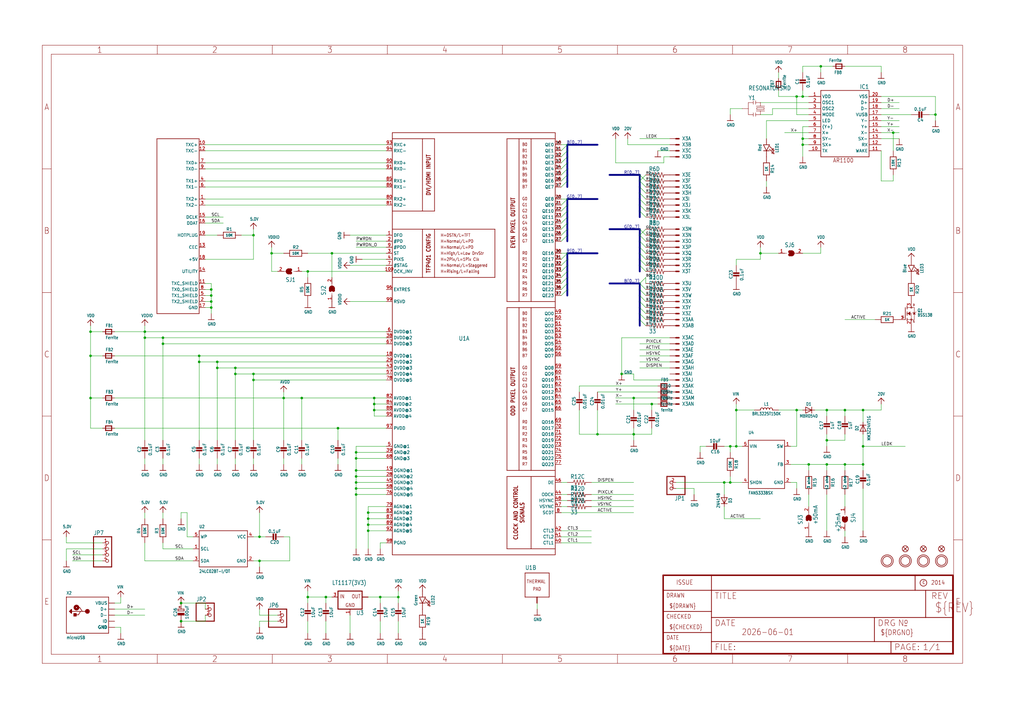
<source format=kicad_sch>
(kicad_sch (version 20230121) (generator eeschema)
  (paper "User" 430.962 298.602)
  (junction (at 309.88 172.72))
  (junction (at 157.48 167.64))
  (junction (at 119.38 167.64))
  (junction (at 60.96 139.7))
  (junction (at 91.44 154.94))
  (junction (at 129.54 251.46))
  (junction (at 38.1 139.7))
  (junction (at 139.7 106.68))
  (junction (at 68.58 142.24))
  (junction (at 106.68 157.48))
  (junction (at 83.82 152.4))
  (junction (at 261.62 157.48))
  (junction (at 274.32 170.18))
  (junction (at 68.58 144.78))
  (junction (at 347.98 195.58))
  (junction (at 167.64 251.46))
  (junction (at 266.7 167.64))
  (junction (at 154.94 220.98))
  (junction (at 335.28 40.64))
  (junction (at 363.22 187.96))
  (junction (at 91.44 152.4))
  (junction (at 88.9 124.46))
  (junction (at 38.1 167.64))
  (junction (at 355.6 195.58))
  (junction (at 99.06 154.94))
  (junction (at 38.1 149.86))
  (junction (at 106.68 160.02))
  (junction (at 307.34 203.2))
  (junction (at 363.22 172.72))
  (junction (at 109.22 236.22))
  (junction (at 157.48 172.72))
  (junction (at 154.94 223.52))
  (junction (at 340.36 195.58))
  (junction (at 320.04 106.68))
  (junction (at 99.06 157.48))
  (junction (at 109.22 226.06))
  (junction (at 127 167.64))
  (junction (at 76.2 261.62))
  (junction (at 337.82 40.64))
  (junction (at 347.98 172.72))
  (junction (at 307.34 187.96))
  (junction (at 149.86 208.28))
  (junction (at 347.98 185.42))
  (junction (at 106.68 99.06))
  (junction (at 114.3 106.68))
  (junction (at 88.9 127))
  (junction (at 149.86 205.74))
  (junction (at 154.94 218.44))
  (junction (at 309.88 187.96))
  (junction (at 337.82 60.96))
  (junction (at 149.86 190.5))
  (junction (at 149.86 200.66))
  (junction (at 129.54 114.3))
  (junction (at 149.86 198.12))
  (junction (at 251.46 182.88))
  (junction (at 266.7 182.88))
  (junction (at 304.8 203.2))
  (junction (at 157.48 170.18))
  (junction (at 375.92 55.88))
  (junction (at 149.86 193.04))
  (junction (at 76.2 254))
  (junction (at 393.7 48.26))
  (junction (at 88.9 129.54))
  (junction (at 335.28 172.72))
  (junction (at 363.22 195.58))
  (junction (at 337.82 58.42))
  (junction (at 355.6 172.72))
  (junction (at 142.24 180.34))
  (junction (at 60.96 142.24))
  (junction (at 149.86 203.2))
  (junction (at 83.82 149.86))
  (junction (at 88.9 121.92))
  (junction (at 137.16 251.46))
  (junction (at 154.94 215.9))
  (junction (at 160.02 251.46))
  (junction (at 345.44 27.94))
  (bus_entry (at 236.22 71.12) (size 2.54 -2.54))
  (bus_entry (at 236.22 88.9) (size 2.54 -2.54))
  (bus_entry (at 271.78 76.2) (size -2.54 -2.54))
  (bus_entry (at 271.78 86.36) (size -2.54 -2.54))
  (bus_entry (at 236.22 73.66) (size 2.54 -2.54))
  (bus_entry (at 271.78 83.82) (size -2.54 -2.54))
  (bus_entry (at 271.78 81.28) (size -2.54 -2.54))
  (bus_entry (at 236.22 114.3) (size 2.54 -2.54))
  (bus_entry (at 271.78 116.84) (size -2.54 2.54))
  (bus_entry (at 236.22 68.58) (size 2.54 -2.54))
  (bus_entry (at 236.22 93.98) (size 2.54 -2.54))
  (bus_entry (at 236.22 63.5) (size 2.54 -2.54))
  (bus_entry (at 271.78 109.22) (size -2.54 -2.54))
  (bus_entry (at 236.22 99.06) (size 2.54 -2.54))
  (bus_entry (at 236.22 101.6) (size 2.54 -2.54))
  (bus_entry (at 236.22 66.04) (size 2.54 -2.54))
  (bus_entry (at 271.78 121.92) (size -2.54 -2.54))
  (bus_entry (at 236.22 111.76) (size 2.54 -2.54))
  (bus_entry (at 271.78 96.52) (size -2.54 2.54))
  (bus_entry (at 271.78 129.54) (size -2.54 -2.54))
  (bus_entry (at 271.78 104.14) (size -2.54 -2.54))
  (bus_entry (at 236.22 78.74) (size 2.54 -2.54))
  (bus_entry (at 271.78 134.62) (size -2.54 -2.54))
  (bus_entry (at 271.78 114.3) (size -2.54 -2.54))
  (bus_entry (at 271.78 78.74) (size -2.54 -2.54))
  (bus_entry (at 271.78 127) (size -2.54 -2.54))
  (bus_entry (at 236.22 109.22) (size 2.54 -2.54))
  (bus_entry (at 271.78 132.08) (size -2.54 -2.54))
  (bus_entry (at 236.22 76.2) (size 2.54 -2.54))
  (bus_entry (at 236.22 96.52) (size 2.54 -2.54))
  (bus_entry (at 271.78 73.66) (size -2.54 2.54))
  (bus_entry (at 271.78 124.46) (size -2.54 -2.54))
  (bus_entry (at 236.22 124.46) (size 2.54 -2.54))
  (bus_entry (at 271.78 91.44) (size -2.54 -2.54))
  (bus_entry (at 236.22 119.38) (size 2.54 -2.54))
  (bus_entry (at 271.78 99.06) (size -2.54 -2.54))
  (bus_entry (at 271.78 111.76) (size -2.54 -2.54))
  (bus_entry (at 236.22 116.84) (size 2.54 -2.54))
  (bus_entry (at 271.78 106.68) (size -2.54 -2.54))
  (bus_entry (at 271.78 137.16) (size -2.54 -2.54))
  (bus_entry (at 271.78 88.9) (size -2.54 -2.54))
  (bus_entry (at 271.78 101.6) (size -2.54 -2.54))
  (bus_entry (at 236.22 86.36) (size 2.54 -2.54))
  (bus_entry (at 236.22 91.44) (size 2.54 -2.54))
  (bus_entry (at 236.22 121.92) (size 2.54 -2.54))
  (wire (pts (xy 116.84 114.3) (xy 114.3 114.3)) (stroke (width 0.1524)))
  (wire (pts (xy 43.18 231.14) (xy 27.94 231.14)) (stroke (width 0.1524)))
  (bus (pts (xy 269.24 96.52) (xy 256.54 96.52)) (stroke (width 0.762)))
  (wire (pts (xy 391.16 48.26) (xy 393.7 48.26)) (stroke (width 0.1524)))
  (bus (pts (xy 269.24 129.54) (xy 269.24 132.08)) (stroke (width 0.762)))
  (wire (pts (xy 60.96 236.22) (xy 60.96 228.6)) (stroke (width 0.1524)))
  (wire (pts (xy 142.24 193.04) (xy 142.24 195.58)) (stroke (width 0.1524)))
  (wire (pts (xy 332.74 195.58) (xy 340.36 195.58)) (stroke (width 0.1524)))
  (wire (pts (xy 162.56 109.22) (xy 152.4 109.22)) (stroke (width 0.1524)))
  (bus (pts (xy 269.24 119.38) (xy 269.24 121.92)) (stroke (width 0.762)))
  (wire (pts (xy 335.28 203.2) (xy 335.28 205.74)) (stroke (width 0.1524)))
  (wire (pts (xy 347.98 195.58) (xy 355.6 195.58)) (stroke (width 0.1524)))
  (wire (pts (xy 167.64 251.46) (xy 167.64 248.92)) (stroke (width 0.1524)))
  (wire (pts (xy 363.22 187.96) (xy 381 187.96)) (stroke (width 0.1524)))
  (wire (pts (xy 139.7 106.68) (xy 129.54 106.68)) (stroke (width 0.1524)))
  (wire (pts (xy 281.94 142.24) (xy 261.62 142.24)) (stroke (width 0.1524)))
  (wire (pts (xy 304.8 213.36) (xy 304.8 218.44)) (stroke (width 0.1524)))
  (bus (pts (xy 238.76 71.12) (xy 238.76 68.58)) (stroke (width 0.762)))
  (wire (pts (xy 162.56 99.06) (xy 147.32 99.06)) (stroke (width 0.1524)))
  (wire (pts (xy 119.38 167.64) (xy 119.38 165.1)) (stroke (width 0.1524)))
  (wire (pts (xy 119.38 226.06) (xy 121.92 226.06)) (stroke (width 0.1524)))
  (wire (pts (xy 370.84 27.94) (xy 370.84 30.48)) (stroke (width 0.1524)))
  (wire (pts (xy 340.36 45.72) (xy 325.12 45.72)) (stroke (width 0.1524)))
  (wire (pts (xy 370.84 48.26) (xy 383.54 48.26)) (stroke (width 0.1524)))
  (wire (pts (xy 236.22 106.68) (xy 238.76 106.68)) (stroke (width 0.1524)))
  (wire (pts (xy 109.22 259.08) (xy 109.22 256.54)) (stroke (width 0.1524)))
  (wire (pts (xy 129.54 251.46) (xy 129.54 248.92)) (stroke (width 0.1524)))
  (wire (pts (xy 363.22 198.12) (xy 363.22 195.58)) (stroke (width 0.1524)))
  (wire (pts (xy 162.56 139.7) (xy 60.96 139.7)) (stroke (width 0.1524)))
  (wire (pts (xy 276.86 170.18) (xy 274.32 170.18)) (stroke (width 0.1524)))
  (wire (pts (xy 342.9 172.72) (xy 347.98 172.72)) (stroke (width 0.1524)))
  (wire (pts (xy 154.94 215.9) (xy 154.94 218.44)) (stroke (width 0.1524)))
  (bus (pts (xy 238.76 99.06) (xy 238.76 101.6)) (stroke (width 0.762)))
  (wire (pts (xy 162.56 175.26) (xy 157.48 175.26)) (stroke (width 0.1524)))
  (bus (pts (xy 269.24 81.28) (xy 269.24 83.82)) (stroke (width 0.762)))
  (wire (pts (xy 86.36 63.5) (xy 162.56 63.5)) (stroke (width 0.1524)))
  (wire (pts (xy 160.02 261.62) (xy 160.02 266.7)) (stroke (width 0.1524)))
  (wire (pts (xy 149.86 190.5) (xy 149.86 193.04)) (stroke (width 0.1524)))
  (wire (pts (xy 162.56 190.5) (xy 149.86 190.5)) (stroke (width 0.1524)))
  (wire (pts (xy 154.94 218.44) (xy 154.94 220.98)) (stroke (width 0.1524)))
  (wire (pts (xy 281.94 63.5) (xy 276.86 63.5)) (stroke (width 0.1524)))
  (wire (pts (xy 320.04 106.68) (xy 320.04 104.14)) (stroke (width 0.1524)))
  (wire (pts (xy 375.92 76.2) (xy 370.84 76.2)) (stroke (width 0.1524)))
  (wire (pts (xy 86.36 91.44) (xy 93.98 91.44)) (stroke (width 0.1524)))
  (wire (pts (xy 248.92 208.28) (xy 266.7 208.28)) (stroke (width 0.1524)))
  (wire (pts (xy 370.84 40.64) (xy 393.7 40.64)) (stroke (width 0.1524)))
  (wire (pts (xy 154.94 251.46) (xy 160.02 251.46)) (stroke (width 0.1524)))
  (wire (pts (xy 266.7 167.64) (xy 259.08 167.64)) (stroke (width 0.1524)))
  (wire (pts (xy 335.28 172.72) (xy 337.82 172.72)) (stroke (width 0.1524)))
  (wire (pts (xy 88.9 124.46) (xy 88.9 127)) (stroke (width 0.1524)))
  (wire (pts (xy 129.54 114.3) (xy 127 114.3)) (stroke (width 0.1524)))
  (wire (pts (xy 127 193.04) (xy 127 195.58)) (stroke (width 0.1524)))
  (wire (pts (xy 162.56 200.66) (xy 149.86 200.66)) (stroke (width 0.1524)))
  (wire (pts (xy 363.22 172.72) (xy 370.84 172.72)) (stroke (width 0.1524)))
  (wire (pts (xy 236.22 203.2) (xy 238.76 203.2)) (stroke (width 0.1524)))
  (wire (pts (xy 86.36 254) (xy 76.2 254)) (stroke (width 0.1524)))
  (wire (pts (xy 88.9 121.92) (xy 88.9 124.46)) (stroke (width 0.1524)))
  (wire (pts (xy 86.36 99.06) (xy 91.44 99.06)) (stroke (width 0.1524)))
  (wire (pts (xy 162.56 114.3) (xy 129.54 114.3)) (stroke (width 0.1524)))
  (wire (pts (xy 109.22 226.06) (xy 109.22 215.9)) (stroke (width 0.1524)))
  (wire (pts (xy 68.58 218.44) (xy 68.58 215.9)) (stroke (width 0.1524)))
  (wire (pts (xy 337.82 30.48) (xy 337.82 27.94)) (stroke (width 0.1524)))
  (wire (pts (xy 337.82 106.68) (xy 345.44 106.68)) (stroke (width 0.1524)))
  (wire (pts (xy 111.76 226.06) (xy 109.22 226.06)) (stroke (width 0.1524)))
  (wire (pts (xy 370.84 172.72) (xy 370.84 170.18)) (stroke (width 0.1524)))
  (wire (pts (xy 335.28 48.26) (xy 335.28 40.64)) (stroke (width 0.1524)))
  (bus (pts (xy 238.76 116.84) (xy 238.76 119.38)) (stroke (width 0.762)))
  (wire (pts (xy 68.58 231.14) (xy 68.58 228.6)) (stroke (width 0.1524)))
  (wire (pts (xy 78.74 226.06) (xy 78.74 215.9)) (stroke (width 0.1524)))
  (wire (pts (xy 60.96 218.44) (xy 60.96 215.9)) (stroke (width 0.1524)))
  (wire (pts (xy 27.94 228.6) (xy 27.94 226.06)) (stroke (width 0.1524)))
  (wire (pts (xy 88.9 127) (xy 88.9 129.54)) (stroke (width 0.1524)))
  (wire (pts (xy 30.48 233.68) (xy 43.18 233.68)) (stroke (width 0.1524)))
  (wire (pts (xy 355.6 175.26) (xy 355.6 172.72)) (stroke (width 0.1524)))
  (wire (pts (xy 162.56 111.76) (xy 147.32 111.76)) (stroke (width 0.1524)))
  (wire (pts (xy 106.68 109.22) (xy 86.36 109.22)) (stroke (width 0.1524)))
  (wire (pts (xy 363.22 195.58) (xy 363.22 187.96)) (stroke (width 0.1524)))
  (bus (pts (xy 269.24 73.66) (xy 269.24 76.2)) (stroke (width 0.762)))
  (wire (pts (xy 162.56 215.9) (xy 154.94 215.9)) (stroke (width 0.1524)))
  (wire (pts (xy 370.84 76.2) (xy 370.84 63.5)) (stroke (width 0.1524)))
  (bus (pts (xy 269.24 73.66) (xy 256.54 73.66)) (stroke (width 0.762)))
  (wire (pts (xy 99.06 157.48) (xy 99.06 185.42)) (stroke (width 0.1524)))
  (wire (pts (xy 83.82 193.04) (xy 83.82 195.58)) (stroke (width 0.1524)))
  (bus (pts (xy 238.76 88.9) (xy 238.76 91.44)) (stroke (width 0.762)))
  (wire (pts (xy 307.34 203.2) (xy 304.8 203.2)) (stroke (width 0.1524)))
  (wire (pts (xy 119.38 106.68) (xy 114.3 106.68)) (stroke (width 0.1524)))
  (bus (pts (xy 238.76 111.76) (xy 238.76 114.3)) (stroke (width 0.762)))
  (wire (pts (xy 325.12 45.72) (xy 325.12 48.26)) (stroke (width 0.1524)))
  (wire (pts (xy 99.06 154.94) (xy 91.44 154.94)) (stroke (width 0.1524)))
  (bus (pts (xy 238.76 96.52) (xy 238.76 99.06)) (stroke (width 0.762)))
  (wire (pts (xy 149.86 200.66) (xy 149.86 203.2)) (stroke (width 0.1524)))
  (wire (pts (xy 355.6 27.94) (xy 370.84 27.94)) (stroke (width 0.1524)))
  (wire (pts (xy 355.6 185.42) (xy 347.98 185.42)) (stroke (width 0.1524)))
  (wire (pts (xy 68.58 144.78) (xy 68.58 142.24)) (stroke (width 0.1524)))
  (wire (pts (xy 340.36 55.88) (xy 330.2 55.88)) (stroke (width 0.1524)))
  (wire (pts (xy 48.26 256.54) (xy 60.96 256.54)) (stroke (width 0.1524)))
  (wire (pts (xy 355.6 195.58) (xy 363.22 195.58)) (stroke (width 0.1524)))
  (wire (pts (xy 50.8 264.16) (xy 50.8 266.7)) (stroke (width 0.1524)))
  (wire (pts (xy 129.54 261.62) (xy 129.54 266.7)) (stroke (width 0.1524)))
  (wire (pts (xy 284.48 205.74) (xy 292.1 205.74)) (stroke (width 0.1524)))
  (wire (pts (xy 30.48 236.22) (xy 43.18 236.22)) (stroke (width 0.1524)))
  (wire (pts (xy 347.98 172.72) (xy 355.6 172.72)) (stroke (width 0.1524)))
  (wire (pts (xy 162.56 167.64) (xy 157.48 167.64)) (stroke (width 0.1524)))
  (bus (pts (xy 269.24 76.2) (xy 269.24 78.74)) (stroke (width 0.762)))
  (wire (pts (xy 236.22 60.96) (xy 238.76 60.96)) (stroke (width 0.1524)))
  (wire (pts (xy 345.44 106.68) (xy 345.44 104.14)) (stroke (width 0.1524)))
  (wire (pts (xy 307.34 187.96) (xy 309.88 187.96)) (stroke (width 0.1524)))
  (wire (pts (xy 86.36 256.54) (xy 86.36 254)) (stroke (width 0.1524)))
  (wire (pts (xy 43.18 139.7) (xy 38.1 139.7)) (stroke (width 0.1524)))
  (wire (pts (xy 83.82 152.4) (xy 83.82 185.42)) (stroke (width 0.1524)))
  (wire (pts (xy 340.36 58.42) (xy 337.82 58.42)) (stroke (width 0.1524)))
  (wire (pts (xy 337.82 40.64) (xy 337.82 38.1)) (stroke (width 0.1524)))
  (wire (pts (xy 149.86 193.04) (xy 149.86 198.12)) (stroke (width 0.1524)))
  (wire (pts (xy 312.42 187.96) (xy 309.88 187.96)) (stroke (width 0.1524)))
  (wire (pts (xy 309.88 187.96) (xy 309.88 172.72)) (stroke (width 0.1524)))
  (wire (pts (xy 121.92 236.22) (xy 109.22 236.22)) (stroke (width 0.1524)))
  (wire (pts (xy 347.98 223.52) (xy 347.98 208.28)) (stroke (width 0.1524)))
  (wire (pts (xy 127 185.42) (xy 127 167.64)) (stroke (width 0.1524)))
  (wire (pts (xy 129.54 254) (xy 129.54 251.46)) (stroke (width 0.1524)))
  (wire (pts (xy 86.36 78.74) (xy 162.56 78.74)) (stroke (width 0.1524)))
  (wire (pts (xy 304.8 203.2) (xy 284.48 203.2)) (stroke (width 0.1524)))
  (wire (pts (xy 50.8 254) (xy 50.8 251.46)) (stroke (width 0.1524)))
  (wire (pts (xy 68.58 193.04) (xy 68.58 195.58)) (stroke (width 0.1524)))
  (bus (pts (xy 269.24 111.76) (xy 269.24 114.3)) (stroke (width 0.762)))
  (wire (pts (xy 370.84 45.72) (xy 378.46 45.72)) (stroke (width 0.1524)))
  (wire (pts (xy 119.38 167.64) (xy 48.26 167.64)) (stroke (width 0.1524)))
  (bus (pts (xy 238.76 60.96) (xy 251.46 60.96)) (stroke (width 0.762)))
  (wire (pts (xy 60.96 137.16) (xy 60.96 139.7)) (stroke (width 0.1524)))
  (wire (pts (xy 375.92 55.88) (xy 378.46 55.88)) (stroke (width 0.1524)))
  (wire (pts (xy 106.68 160.02) (xy 106.68 157.48)) (stroke (width 0.1524)))
  (wire (pts (xy 149.86 198.12) (xy 149.86 200.66)) (stroke (width 0.1524)))
  (wire (pts (xy 264.16 60.96) (xy 264.16 58.42)) (stroke (width 0.1524)))
  (wire (pts (xy 83.82 149.86) (xy 48.26 149.86)) (stroke (width 0.1524)))
  (wire (pts (xy 340.36 43.18) (xy 320.04 43.18)) (stroke (width 0.1524)))
  (wire (pts (xy 68.58 142.24) (xy 60.96 142.24)) (stroke (width 0.1524)))
  (wire (pts (xy 266.7 182.88) (xy 266.7 185.42)) (stroke (width 0.1524)))
  (wire (pts (xy 355.6 182.88) (xy 355.6 185.42)) (stroke (width 0.1524)))
  (wire (pts (xy 370.84 50.8) (xy 378.46 50.8)) (stroke (width 0.1524)))
  (wire (pts (xy 276.86 162.56) (xy 243.84 162.56)) (stroke (width 0.1524)))
  (wire (pts (xy 276.86 167.64) (xy 266.7 167.64)) (stroke (width 0.1524)))
  (wire (pts (xy 162.56 213.36) (xy 154.94 213.36)) (stroke (width 0.1524)))
  (wire (pts (xy 114.3 114.3) (xy 114.3 106.68)) (stroke (width 0.1524)))
  (wire (pts (xy 259.08 68.58) (xy 259.08 58.42)) (stroke (width 0.1524)))
  (wire (pts (xy 48.26 264.16) (xy 50.8 264.16)) (stroke (width 0.1524)))
  (wire (pts (xy 236.22 83.82) (xy 238.76 83.82)) (stroke (width 0.1524)))
  (wire (pts (xy 363.22 205.74) (xy 363.22 223.52)) (stroke (width 0.1524)))
  (wire (pts (xy 281.94 152.4) (xy 269.24 152.4)) (stroke (width 0.1524)))
  (wire (pts (xy 160.02 251.46) (xy 160.02 254)) (stroke (width 0.1524)))
  (wire (pts (xy 320.04 109.22) (xy 309.88 109.22)) (stroke (width 0.1524)))
  (wire (pts (xy 167.64 261.62) (xy 167.64 266.7)) (stroke (width 0.1524)))
  (wire (pts (xy 332.74 203.2) (xy 335.28 203.2)) (stroke (width 0.1524)))
  (wire (pts (xy 162.56 180.34) (xy 142.24 180.34)) (stroke (width 0.1524)))
  (wire (pts (xy 106.68 157.48) (xy 99.06 157.48)) (stroke (width 0.1524)))
  (bus (pts (xy 269.24 99.06) (xy 269.24 101.6)) (stroke (width 0.762)))
  (wire (pts (xy 127 167.64) (xy 119.38 167.64)) (stroke (width 0.1524)))
  (bus (pts (xy 238.76 76.2) (xy 238.76 73.66)) (stroke (width 0.762)))
  (wire (pts (xy 281.94 58.42) (xy 269.24 58.42)) (stroke (width 0.1524)))
  (wire (pts (xy 162.56 149.86) (xy 83.82 149.86)) (stroke (width 0.1524)))
  (wire (pts (xy 355.6 198.12) (xy 355.6 195.58)) (stroke (width 0.1524)))
  (wire (pts (xy 281.94 149.86) (xy 269.24 149.86)) (stroke (width 0.1524)))
  (wire (pts (xy 266.7 172.72) (xy 266.7 167.64)) (stroke (width 0.1524)))
  (wire (pts (xy 363.22 177.8) (xy 363.22 172.72)) (stroke (width 0.1524)))
  (wire (pts (xy 340.36 198.12) (xy 340.36 195.58)) (stroke (width 0.1524)))
  (wire (pts (xy 162.56 205.74) (xy 149.86 205.74)) (stroke (width 0.1524)))
  (wire (pts (xy 312.42 45.72) (xy 307.34 45.72)) (stroke (width 0.1524)))
  (wire (pts (xy 76.2 215.9) (xy 76.2 218.44)) (stroke (width 0.1524)))
  (wire (pts (xy 86.36 83.82) (xy 162.56 83.82)) (stroke (width 0.1524)))
  (wire (pts (xy 281.94 154.94) (xy 269.24 154.94)) (stroke (width 0.1524)))
  (wire (pts (xy 236.22 226.06) (xy 248.92 226.06)) (stroke (width 0.1524)))
  (wire (pts (xy 340.36 195.58) (xy 347.98 195.58)) (stroke (width 0.1524)))
  (bus (pts (xy 269.24 106.68) (xy 269.24 109.22)) (stroke (width 0.762)))
  (wire (pts (xy 99.06 157.48) (xy 99.06 154.94)) (stroke (width 0.1524)))
  (wire (pts (xy 274.32 182.88) (xy 274.32 180.34)) (stroke (width 0.1524)))
  (bus (pts (xy 238.76 119.38) (xy 238.76 121.92)) (stroke (width 0.762)))
  (wire (pts (xy 279.4 68.58) (xy 259.08 68.58)) (stroke (width 0.1524)))
  (wire (pts (xy 236.22 208.28) (xy 238.76 208.28)) (stroke (width 0.1524)))
  (wire (pts (xy 162.56 172.72) (xy 157.48 172.72)) (stroke (width 0.1524)))
  (wire (pts (xy 327.66 172.72) (xy 335.28 172.72)) (stroke (width 0.1524)))
  (wire (pts (xy 106.68 236.22) (xy 109.22 236.22)) (stroke (width 0.1524)))
  (wire (pts (xy 309.88 172.72) (xy 317.5 172.72)) (stroke (width 0.1524)))
  (bus (pts (xy 238.76 68.58) (xy 238.76 66.04)) (stroke (width 0.762)))
  (wire (pts (xy 243.84 165.1) (xy 243.84 162.56)) (stroke (width 0.1524)))
  (wire (pts (xy 251.46 182.88) (xy 266.7 182.88)) (stroke (width 0.1524)))
  (wire (pts (xy 157.48 175.26) (xy 157.48 172.72)) (stroke (width 0.1524)))
  (wire (pts (xy 309.88 170.18) (xy 309.88 172.72)) (stroke (width 0.1524)))
  (wire (pts (xy 81.28 236.22) (xy 60.96 236.22)) (stroke (width 0.1524)))
  (wire (pts (xy 236.22 213.36) (xy 238.76 213.36)) (stroke (width 0.1524)))
  (wire (pts (xy 243.84 182.88) (xy 251.46 182.88)) (stroke (width 0.1524)))
  (wire (pts (xy 248.92 203.2) (xy 266.7 203.2)) (stroke (width 0.1524)))
  (wire (pts (xy 38.1 167.64) (xy 38.1 149.86)) (stroke (width 0.1524)))
  (wire (pts (xy 294.64 187.96) (xy 294.64 190.5)) (stroke (width 0.1524)))
  (wire (pts (xy 149.86 187.96) (xy 149.86 190.5)) (stroke (width 0.1524)))
  (wire (pts (xy 347.98 175.26) (xy 347.98 172.72)) (stroke (width 0.1524)))
  (wire (pts (xy 345.44 27.94) (xy 345.44 30.48)) (stroke (width 0.1524)))
  (wire (pts (xy 129.54 116.84) (xy 129.54 114.3)) (stroke (width 0.1524)))
  (wire (pts (xy 162.56 228.6) (xy 160.02 228.6)) (stroke (width 0.1524)))
  (bus (pts (xy 269.24 134.62) (xy 269.24 137.16)) (stroke (width 0.762)))
  (wire (pts (xy 86.36 68.58) (xy 162.56 68.58)) (stroke (width 0.1524)))
  (wire (pts (xy 88.9 119.38) (xy 88.9 121.92)) (stroke (width 0.1524)))
  (wire (pts (xy 162.56 170.18) (xy 157.48 170.18)) (stroke (width 0.1524)))
  (wire (pts (xy 162.56 218.44) (xy 154.94 218.44)) (stroke (width 0.1524)))
  (wire (pts (xy 157.48 167.64) (xy 127 167.64)) (stroke (width 0.1524)))
  (wire (pts (xy 91.44 154.94) (xy 91.44 152.4)) (stroke (width 0.1524)))
  (wire (pts (xy 337.82 27.94) (xy 345.44 27.94)) (stroke (width 0.1524)))
  (wire (pts (xy 101.6 99.06) (xy 106.68 99.06)) (stroke (width 0.1524)))
  (wire (pts (xy 38.1 180.34) (xy 38.1 167.64)) (stroke (width 0.1524)))
  (wire (pts (xy 157.48 170.18) (xy 157.48 167.64)) (stroke (width 0.1524)))
  (bus (pts (xy 238.76 78.74) (xy 238.76 76.2)) (stroke (width 0.762)))
  (wire (pts (xy 337.82 40.64) (xy 335.28 40.64)) (stroke (width 0.1524)))
  (bus (pts (xy 238.76 91.44) (xy 238.76 93.98)) (stroke (width 0.762)))
  (bus (pts (xy 238.76 114.3) (xy 238.76 116.84)) (stroke (width 0.762)))
  (wire (pts (xy 320.04 109.22) (xy 320.04 106.68)) (stroke (width 0.1524)))
  (wire (pts (xy 60.96 139.7) (xy 48.26 139.7)) (stroke (width 0.1524)))
  (wire (pts (xy 307.34 190.5) (xy 307.34 187.96)) (stroke (width 0.1524)))
  (bus (pts (xy 269.24 109.22) (xy 269.24 111.76)) (stroke (width 0.762)))
  (bus (pts (xy 269.24 132.08) (xy 269.24 134.62)) (stroke (width 0.762)))
  (wire (pts (xy 355.6 226.06) (xy 355.6 223.52)) (stroke (width 0.1524)))
  (wire (pts (xy 292.1 205.74) (xy 292.1 208.28)) (stroke (width 0.1524)))
  (wire (pts (xy 60.96 142.24) (xy 60.96 139.7)) (stroke (width 0.1524)))
  (wire (pts (xy 27.94 231.14) (xy 27.94 236.22)) (stroke (width 0.1524)))
  (wire (pts (xy 335.28 187.96) (xy 335.28 172.72)) (stroke (width 0.1524)))
  (wire (pts (xy 347.98 182.88) (xy 347.98 185.42)) (stroke (width 0.1524)))
  (wire (pts (xy 162.56 187.96) (xy 149.86 187.96)) (stroke (width 0.1524)))
  (wire (pts (xy 86.36 93.98) (xy 93.98 93.98)) (stroke (width 0.1524)))
  (wire (pts (xy 274.32 172.72) (xy 274.32 170.18)) (stroke (width 0.1524)))
  (wire (pts (xy 106.68 99.06) (xy 106.68 109.22)) (stroke (width 0.1524)))
  (wire (pts (xy 327.66 40.64) (xy 327.66 38.1)) (stroke (width 0.1524)))
  (wire (pts (xy 68.58 144.78) (xy 68.58 185.42)) (stroke (width 0.1524)))
  (wire (pts (xy 81.28 226.06) (xy 78.74 226.06)) (stroke (width 0.1524)))
  (wire (pts (xy 114.3 106.68) (xy 114.3 104.14)) (stroke (width 0.1524)))
  (wire (pts (xy 297.18 187.96) (xy 294.64 187.96)) (stroke (width 0.1524)))
  (bus (pts (xy 269.24 104.14) (xy 269.24 106.68)) (stroke (width 0.762)))
  (wire (pts (xy 60.96 193.04) (xy 60.96 195.58)) (stroke (width 0.1524)))
  (wire (pts (xy 154.94 223.52) (xy 154.94 231.14)) (stroke (width 0.1524)))
  (wire (pts (xy 368.3 134.62) (xy 355.6 134.62)) (stroke (width 0.1524)))
  (bus (pts (xy 238.76 109.22) (xy 238.76 111.76)) (stroke (width 0.762)))
  (wire (pts (xy 248.92 213.36) (xy 266.7 213.36)) (stroke (width 0.1524)))
  (wire (pts (xy 86.36 60.96) (xy 162.56 60.96)) (stroke (width 0.1524)))
  (wire (pts (xy 78.74 215.9) (xy 76.2 215.9)) (stroke (width 0.1524)))
  (wire (pts (xy 370.84 58.42) (xy 378.46 58.42)) (stroke (width 0.1524)))
  (wire (pts (xy 393.7 48.26) (xy 393.7 50.8)) (stroke (width 0.1524)))
  (wire (pts (xy 38.1 139.7) (xy 38.1 137.16)) (stroke (width 0.1524)))
  (bus (pts (xy 269.24 124.46) (xy 269.24 127)) (stroke (width 0.762)))
  (wire (pts (xy 43.18 167.64) (xy 38.1 167.64)) (stroke (width 0.1524)))
  (wire (pts (xy 86.36 129.54) (xy 88.9 129.54)) (stroke (width 0.1524)))
  (wire (pts (xy 162.56 142.24) (xy 68.58 142.24)) (stroke (width 0.1524)))
  (wire (pts (xy 370.84 53.34) (xy 378.46 53.34)) (stroke (width 0.1524)))
  (wire (pts (xy 350.52 27.94) (xy 345.44 27.94)) (stroke (width 0.1524)))
  (wire (pts (xy 119.38 193.04) (xy 119.38 195.58)) (stroke (width 0.1524)))
  (wire (pts (xy 162.56 101.6) (xy 149.86 101.6)) (stroke (width 0.1524)))
  (wire (pts (xy 309.88 109.22) (xy 309.88 111.76)) (stroke (width 0.1524)))
  (wire (pts (xy 43.18 149.86) (xy 38.1 149.86)) (stroke (width 0.1524)))
  (wire (pts (xy 86.36 124.46) (xy 88.9 124.46)) (stroke (width 0.1524)))
  (wire (pts (xy 340.36 40.64) (xy 337.82 40.64)) (stroke (width 0.1524)))
  (wire (pts (xy 281.94 66.04) (xy 279.4 66.04)) (stroke (width 0.1524)))
  (wire (pts (xy 160.02 251.46) (xy 167.64 251.46)) (stroke (width 0.1524)))
  (wire (pts (xy 106.68 193.04) (xy 106.68 195.58)) (stroke (width 0.1524)))
  (wire (pts (xy 375.92 76.2) (xy 375.92 73.66)) (stroke (width 0.1524)))
  (wire (pts (xy 106.68 226.06) (xy 109.22 226.06)) (stroke (width 0.1524)))
  (wire (pts (xy 271.78 119.38) (xy 271.78 116.84)) (stroke (width 0.1524)))
  (bus (pts (xy 269.24 78.74) (xy 269.24 81.28)) (stroke (width 0.762)))
  (wire (pts (xy 276.86 165.1) (xy 251.46 165.1)) (stroke (width 0.1524)))
  (wire (pts (xy 236.22 215.9) (xy 266.7 215.9)) (stroke (width 0.1524)))
  (wire (pts (xy 266.7 180.34) (xy 266.7 182.88)) (stroke (width 0.1524)))
  (bus (pts (xy 238.76 106.68) (xy 251.46 106.68)) (stroke (width 0.762)))
  (wire (pts (xy 86.36 127) (xy 88.9 127)) (stroke (width 0.1524)))
  (bus (pts (xy 269.24 101.6) (xy 269.24 104.14)) (stroke (width 0.762)))
  (wire (pts (xy 162.56 127) (xy 147.32 127)) (stroke (width 0.1524)))
  (bus (pts (xy 238.76 63.5) (xy 238.76 60.96)) (stroke (width 0.762)))
  (wire (pts (xy 162.56 104.14) (xy 149.86 104.14)) (stroke (width 0.1524)))
  (wire (pts (xy 160.02 228.6) (xy 160.02 231.14)) (stroke (width 0.1524)))
  (wire (pts (xy 279.4 66.04) (xy 279.4 68.58)) (stroke (width 0.1524)))
  (wire (pts (xy 137.16 254) (xy 137.16 251.46)) (stroke (width 0.1524)))
  (wire (pts (xy 307.34 200.66) (xy 307.34 203.2)) (stroke (width 0.1524)))
  (wire (pts (xy 157.48 172.72) (xy 157.48 170.18)) (stroke (width 0.1524)))
  (wire (pts (xy 236.22 228.6) (xy 248.92 228.6)) (stroke (width 0.1524)))
  (wire (pts (xy 355.6 213.36) (xy 355.6 208.28)) (stroke (width 0.1524)))
  (wire (pts (xy 162.56 144.78) (xy 68.58 144.78)) (stroke (width 0.1524)))
  (wire (pts (xy 236.22 210.82) (xy 238.76 210.82)) (stroke (width 0.1524)))
  (wire (pts (xy 116.84 259.08) (xy 109.22 259.08)) (stroke (width 0.1524)))
  (wire (pts (xy 48.26 254) (xy 50.8 254)) (stroke (width 0.1524)))
  (wire (pts (xy 162.56 208.28) (xy 149.86 208.28)) (stroke (width 0.1524)))
  (wire (pts (xy 162.56 160.02) (xy 106.68 160.02)) (stroke (width 0.1524)))
  (wire (pts (xy 307.34 45.72) (xy 307.34 48.26)) (stroke (width 0.1524)))
  (wire (pts (xy 266.7 160.02) (xy 281.94 160.02)) (stroke (width 0.1524)))
  (wire (pts (xy 83.82 152.4) (xy 83.82 149.86)) (stroke (width 0.1524)))
  (wire (pts (xy 340.36 213.36) (xy 340.36 208.28)) (stroke (width 0.1524)))
  (wire (pts (xy 137.16 251.46) (xy 129.54 251.46)) (stroke (width 0.1524)))
  (wire (pts (xy 304.8 203.2) (xy 304.8 208.28)) (stroke (width 0.1524)))
  (wire (pts (xy 86.36 119.38) (xy 88.9 119.38)) (stroke (width 0.1524)))
  (wire (pts (xy 43.18 180.34) (xy 38.1 180.34)) (stroke (width 0.1524)))
  (wire (pts (xy 312.42 203.2) (xy 307.34 203.2)) (stroke (width 0.1524)))
  (wire (pts (xy 162.56 193.04) (xy 149.86 193.04)) (stroke (width 0.1524)))
  (wire (pts (xy 162.56 152.4) (xy 91.44 152.4)) (stroke (width 0.1524)))
  (wire (pts (xy 60.96 142.24) (xy 60.96 185.42)) (stroke (width 0.1524)))
  (wire (pts (xy 149.86 205.74) (xy 149.86 208.28)) (stroke (width 0.1524)))
  (wire (pts (xy 281.94 144.78) (xy 269.24 144.78)) (stroke (width 0.1524)))
  (wire (pts (xy 340.36 48.26) (xy 335.28 48.26)) (stroke (width 0.1524)))
  (wire (pts (xy 139.7 106.68) (xy 139.7 116.84)) (stroke (width 0.1524)))
  (wire (pts (xy 86.36 71.12) (xy 162.56 71.12)) (stroke (width 0.1524)))
  (wire (pts (xy 142.24 180.34) (xy 48.26 180.34)) (stroke (width 0.1524)))
  (wire (pts (xy 162.56 154.94) (xy 99.06 154.94)) (stroke (width 0.1524)))
  (wire (pts (xy 86.36 121.92) (xy 88.9 121.92)) (stroke (width 0.1524)))
  (wire (pts (xy 147.32 259.08) (xy 147.32 266.7)) (stroke (width 0.1524)))
  (wire (pts (xy 91.44 154.94) (xy 91.44 185.42)) (stroke (width 0.1524)))
  (wire (pts (xy 149.86 208.28) (xy 149.86 231.14)) (stroke (width 0.1524)))
  (wire (pts (xy 274.32 170.18) (xy 259.08 170.18)) (stroke (width 0.1524)))
  (wire (pts (xy 322.58 78.74) (xy 322.58 76.2)) (stroke (width 0.1524)))
  (wire (pts (xy 86.36 261.62) (xy 86.36 259.08)) (stroke (width 0.1524)))
  (wire (pts (xy 375.92 63.5) (xy 375.92 55.88)) (stroke (width 0.1524)))
  (wire (pts (xy 363.22 187.96) (xy 363.22 182.88)) (stroke (width 0.1524)))
  (wire (pts (xy 91.44 193.04) (xy 91.44 195.58)) (stroke (width 0.1524)))
  (bus (pts (xy 238.76 73.66) (xy 238.76 71.12)) (stroke (width 0.762)))
  (wire (pts (xy 109.22 236.22) (xy 109.22 238.76)) (stroke (width 0.1524)))
  (wire (pts (xy 355.6 172.72) (xy 363.22 172.72)) (stroke (width 0.1524)))
  (bus (pts (xy 238.76 83.82) (xy 251.46 83.82)) (stroke (width 0.762)))
  (wire (pts (xy 337.82 53.34) (xy 337.82 58.42)) (stroke (width 0.1524)))
  (wire (pts (xy 248.92 210.82) (xy 266.7 210.82)) (stroke (width 0.1524)))
  (wire (pts (xy 162.56 157.48) (xy 106.68 157.48)) (stroke (width 0.1524)))
  (wire (pts (xy 48.26 259.08) (xy 60.96 259.08)) (stroke (width 0.1524)))
  (wire (pts (xy 261.62 157.48) (xy 266.7 157.48)) (stroke (width 0.1524)))
  (wire (pts (xy 261.62 142.24) (xy 261.62 157.48)) (stroke (width 0.1524)))
  (bus (pts (xy 269.24 86.36) (xy 269.24 88.9)) (stroke (width 0.762)))
  (wire (pts (xy 347.98 185.42) (xy 347.98 187.96)) (stroke (width 0.1524)))
  (wire (pts (xy 332.74 187.96) (xy 335.28 187.96)) (stroke (width 0.1524)))
  (wire (pts (xy 320.04 106.68) (xy 327.66 106.68)) (stroke (width 0.1524)))
  (wire (pts (xy 91.44 152.4) (xy 83.82 152.4)) (stroke (width 0.1524)))
  (wire (pts (xy 340.36 50.8) (xy 322.58 50.8)) (stroke (width 0.1524)))
  (wire (pts (xy 119.38 185.42) (xy 119.38 167.64)) (stroke (width 0.1524)))
  (bus (pts (xy 269.24 88.9) (xy 269.24 91.44)) (stroke (width 0.762)))
  (bus (pts (xy 238.76 121.92) (xy 238.76 124.46)) (stroke (width 0.762)))
  (bus (pts (xy 238.76 86.36) (xy 238.76 88.9)) (stroke (width 0.762)))
  (wire (pts (xy 307.34 187.96) (xy 304.8 187.96)) (stroke (width 0.1524)))
  (wire (pts (xy 121.92 226.06) (xy 121.92 236.22)) (stroke (width 0.1524)))
  (wire (pts (xy 137.16 261.62) (xy 137.16 266.7)) (stroke (width 0.1524)))
  (wire (pts (xy 274.32 182.88) (xy 266.7 182.88)) (stroke (width 0.1524)))
  (wire (pts (xy 322.58 50.8) (xy 322.58 58.42)) (stroke (width 0.1524)))
  (wire (pts (xy 370.84 43.18) (xy 378.46 43.18)) (stroke (width 0.1524)))
  (bus (pts (xy 238.76 66.04) (xy 238.76 63.5)) (stroke (width 0.762)))
  (wire (pts (xy 325.12 48.26) (xy 320.04 48.26)) (stroke (width 0.1524)))
  (wire (pts (xy 106.68 160.02) (xy 106.68 185.42)) (stroke (width 0.1524)))
  (wire (pts (xy 370.84 55.88) (xy 375.92 55.88)) (stroke (width 0.1524)))
  (bus (pts (xy 269.24 127) (xy 269.24 129.54)) (stroke (width 0.762)))
  (wire (pts (xy 154.94 220.98) (xy 154.94 223.52)) (stroke (width 0.1524)))
  (bus (pts (xy 269.24 119.38) (xy 256.54 119.38)) (stroke (width 0.762)))
  (bus (pts (xy 238.76 83.82) (xy 238.76 86.36)) (stroke (width 0.762)))
  (wire (pts (xy 281.94 60.96) (xy 264.16 60.96)) (stroke (width 0.1524)))
  (wire (pts (xy 281.94 147.32) (xy 269.24 147.32)) (stroke (width 0.1524)))
  (wire (pts (xy 340.36 53.34) (xy 337.82 53.34)) (stroke (width 0.1524)))
  (wire (pts (xy 335.28 40.64) (xy 327.66 40.64)) (stroke (width 0.1524)))
  (wire (pts (xy 162.56 203.2) (xy 149.86 203.2)) (stroke (width 0.1524)))
  (bus (pts (xy 269.24 83.82) (xy 269.24 86.36)) (stroke (width 0.762)))
  (wire (pts (xy 393.7 40.64) (xy 393.7 48.26)) (stroke (width 0.1524)))
  (wire (pts (xy 38.1 149.86) (xy 38.1 139.7)) (stroke (width 0.1524)))
  (wire (pts (xy 139.7 106.68) (xy 162.56 106.68)) (stroke (width 0.1524)))
  (wire (pts (xy 76.2 261.62) (xy 86.36 261.62)) (stroke (width 0.1524)))
  (bus (pts (xy 269.24 121.92) (xy 269.24 124.46)) (stroke (width 0.762)))
  (wire (pts (xy 86.36 76.2) (xy 162.56 76.2)) (stroke (width 0.1524)))
  (wire (pts (xy 154.94 213.36) (xy 154.94 215.9)) (stroke (width 0.1524)))
  (wire (pts (xy 109.22 261.62) (xy 109.22 264.16)) (stroke (width 0.1524)))
  (wire (pts (xy 43.18 228.6) (xy 27.94 228.6)) (stroke (width 0.1524)))
  (wire (pts (xy 162.56 223.52) (xy 154.94 223.52)) (stroke (width 0.1524)))
  (wire (pts (xy 86.36 86.36) (xy 162.56 86.36)) (stroke (width 0.1524)))
  (wire (pts (xy 116.84 261.62) (xy 109.22 261.62)) (stroke (width 0.1524)))
  (bus (pts (xy 238.76 106.68) (xy 238.76 109.22)) (stroke (width 0.762)))
  (wire (pts (xy 347.98 198.12) (xy 347.98 195.58)) (stroke (width 0.1524)))
  (wire (pts (xy 162.56 220.98) (xy 154.94 220.98)) (stroke (width 0.1524)))
  (wire (pts (xy 236.22 223.52) (xy 248.92 223.52)) (stroke (width 0.1524)))
  (wire (pts (xy 68.58 231.14) (xy 81.28 231.14)) (stroke (width 0.1524)))
  (wire (pts (xy 327.66 30.48) (xy 327.66 33.02)) (stroke (width 0.1524)))
  (wire (pts (xy 142.24 180.34) (xy 142.24 185.42)) (stroke (width 0.1524)))
  (wire (pts (xy 139.7 251.46) (xy 137.16 251.46)) (stroke (width 0.1524)))
  (wire (pts (xy 337.82 60.96) (xy 337.82 66.04)) (stroke (width 0.1524)))
  (wire (pts (xy 266.7 157.48) (xy 266.7 160.02)) (stroke (width 0.1524)))
  (bus (pts (xy 238.76 93.98) (xy 238.76 96.52)) (stroke (width 0.762)))
  (wire (pts (xy 337.82 58.42) (xy 337.82 60.96)) (stroke (width 0.1524)))
  (bus (pts (xy 269.24 96.52) (xy 269.24 99.06)) (stroke (width 0.762)))
  (wire (pts (xy 106.68 99.06) (xy 106.68 96.52)) (stroke (width 0.1524)))
  (wire (pts (xy 167.64 251.46) (xy 167.64 254)) (stroke (width 0.1524)))
  (wire (pts (xy 251.46 172.72) (xy 251.46 182.88)) (stroke (width 0.1524)))
  (wire (pts (xy 226.06 254) (xy 226.06 256.54)) (stroke (width 0.1524)))
  (wire (pts (xy 149.86 203.2) (xy 149.86 205.74)) (stroke (width 0.1524)))
  (wire (pts (xy 162.56 198.12) (xy 149.86 198.12)) (stroke (width 0.1524)))
  (wire (pts (xy 88.9 129.54) (xy 88.9 132.08)) (stroke (width 0.1524)))
  (wire (pts (xy 243.84 172.72) (xy 243.84 182.88)) (stroke (width 0.1524)))
  (wire (pts (xy 304.8 218.44) (xy 320.04 218.44)) (stroke (width 0.1524)))
  (wire (pts (xy 340.36 60.96) (xy 337.82 60.96)) (stroke (width 0.1524)))
  (wire (pts (xy 99.06 193.04) (xy 99.06 195.58)) (stroke (width 0.1524)))
  (label "ACTIVE" (at 251.46 215.9 0) (effects (font (size 1.2446 1.2446))))
  (label "D-" (at 373.38 45.72 0) (effects (font (size 1.2446 1.2446))))
  (label "B3" (at 236.22 68.58 180) (effects (font (size 1.016 1.016))))
  (label "SDA" (at 88.9 93.98 0) (effects (font (size 1.2446 1.2446))))
  (label "VSYNC" (at 271.78 152.4 0) (effects (font (size 1.2446 1.2446))))
  (label "ACTIVE" (at 307.34 218.44 0) (effects (font (size 1.2446 1.2446))))
  (label "D-" (at 53.34 259.08 0) (effects (font (size 1.2446 1.2446))))
  (label "X+" (at 332.74 55.88 0) (effects (font (size 1.2446 1.2446))))
  (label "R6" (at 236.22 121.92 180) (effects (font (size 1.016 1.016))))
  (label "B7" (at 271.78 137.16 0) (effects (font (size 1.016 1.016))))
  (label "SCL" (at 88.9 91.44 0) (effects (font (size 1.2446 1.2446))))
  (label "X-" (at 259.08 167.64 0) (effects (font (size 1.2446 1.2446))))
  (label "B[0..7]" (at 269.24 119.38 180) (effects (font (size 1.2446 1.2446))))
  (label "R0" (at 236.22 106.68 180) (effects (font (size 1.016 1.016))))
  (label "G2" (at 271.78 101.6 0) (effects (font (size 1.016 1.016))))
  (label "CTL3" (at 238.76 223.52 0) (effects (font (size 1.2446 1.2446))))
  (label "B1" (at 271.78 121.92 0) (effects (font (size 1.016 1.016))))
  (label "Y-" (at 373.38 50.8 0) (effects (font (size 1.2446 1.2446))))
  (label "B1" (at 236.22 63.5 180) (effects (font (size 1.016 1.016))))
  (label "R1" (at 236.22 109.22 180) (effects (font (size 1.016 1.016))))
  (label "SDA" (at 73.66 236.22 0) (effects (font (size 1.2446 1.2446))))
  (label "LEDK" (at 370.84 187.96 0) (effects (font (size 1.2446 1.2446))))
  (label "R3" (at 271.78 81.28 0) (effects (font (size 1.016 1.016))))
  (label "PWRDN_O" (at 149.86 104.14 0) (effects (font (size 1.2446 1.2446))))
  (label "R2" (at 236.22 111.76 180) (effects (font (size 1.016 1.016))))
  (label "DISPEN" (at 271.78 154.94 0) (effects (font (size 1.2446 1.2446))))
  (label "B5" (at 271.78 132.08 0) (effects (font (size 1.016 1.016))))
  (label "G1" (at 271.78 99.06 0) (effects (font (size 1.016 1.016))))
  (label "G0" (at 271.78 96.52 0) (effects (font (size 1.016 1.016))))
  (label "R5" (at 236.22 119.38 180) (effects (font (size 1.016 1.016))))
  (label "R4" (at 271.78 83.82 0) (effects (font (size 1.016 1.016))))
  (label "PWRDN" (at 149.86 101.6 0) (effects (font (size 1.2446 1.2446))))
  (label "HSYNC" (at 251.46 210.82 0) (effects (font (size 1.2446 1.2446))))
  (label "R0" (at 271.78 73.66 0) (effects (font (size 1.016 1.016))))
  (label "DISPEN" (at 251.46 203.2 0) (effects (font (size 1.2446 1.2446))))
  (label "G4" (at 236.22 93.98 180) (effects (font (size 1.016 1.016))))
  (label "PIXCLK" (at 271.78 144.78 0) (effects (font (size 1.2446 1.2446))))
  (label "B4" (at 271.78 129.54 0) (effects (font (size 1.016 1.016))))
  (label "Y-" (at 259.08 170.18 0) (effects (font (size 1.2446 1.2446))))
  (label "R[0..7]" (at 245.11 106.68 180) (effects (font (size 1.2446 1.2446))))
  (label "R5" (at 271.78 86.36 0) (effects (font (size 1.016 1.016))))
  (label "R1" (at 271.78 76.2 0) (effects (font (size 1.016 1.016))))
  (label "CTL2" (at 238.76 226.06 0) (effects (font (size 1.2446 1.2446))))
  (label "R[0..7]" (at 269.24 73.66 180) (effects (font (size 1.2446 1.2446))))
  (label "R3" (at 236.22 114.3 180) (effects (font (size 1.016 1.016))))
  (label "G4" (at 271.78 106.68 0) (effects (font (size 1.016 1.016))))
  (label "SDA" (at 30.48 236.22 0) (effects (font (size 1.2446 1.2446))))
  (label "ACTIVE" (at 271.78 147.32 0) (effects (font (size 1.2446 1.2446))))
  (label "G7" (at 236.22 101.6 180) (effects (font (size 1.016 1.016))))
  (label "G1" (at 236.22 86.36 180) (effects (font (size 1.016 1.016))))
  (label "G[0..7]" (at 245.11 83.82 180) (effects (font (size 1.2446 1.2446))))
  (label "G5" (at 236.22 96.52 180) (effects (font (size 1.016 1.016))))
  (label "G6" (at 271.78 111.76 0) (effects (font (size 1.016 1.016))))
  (label "G[0..7]" (at 269.24 96.52 180) (effects (font (size 1.2446 1.2446))))
  (label "R2" (at 271.78 78.74 0) (effects (font (size 1.016 1.016))))
  (label "ACTIVE" (at 358.14 134.62 0) (effects (font (size 1.2446 1.2446))))
  (label "SCL" (at 73.66 231.14 0) (effects (font (size 1.2446 1.2446))))
  (label "B2" (at 236.22 66.04 180) (effects (font (size 1.016 1.016))))
  (label "G6" (at 236.22 99.06 180) (effects (font (size 1.016 1.016))))
  (label "X+" (at 259.08 162.56 0) (effects (font (size 1.2446 1.2446))))
  (label "R7" (at 236.22 124.46 180) (effects (font (size 1.016 1.016))))
  (label "CTL1" (at 238.76 228.6 0) (effects (font (size 1.2446 1.2446))))
  (label "G2" (at 236.22 88.9 180) (effects (font (size 1.016 1.016))))
  (label "G0" (at 236.22 83.82 180) (effects (font (size 1.016 1.016))))
  (label "B7" (at 236.22 78.74 180) (effects (font (size 1.016 1.016))))
  (label "R4" (at 236.22 116.84 180) (effects (font (size 1.016 1.016))))
  (label "D+" (at 373.38 43.18 0) (effects (font (size 1.2446 1.2446))))
  (label "G3" (at 271.78 104.14 0) (effects (font (size 1.016 1.016))))
  (label "R7" (at 271.78 91.44 0) (effects (font (size 1.016 1.016))))
  (label "VSYNC" (at 251.46 213.36 0) (effects (font (size 1.2446 1.2446))))
  (label "B[0..7]" (at 245.11 60.96 180) (effects (font (size 1.2446 1.2446))))
  (label "B6" (at 236.22 76.2 180) (effects (font (size 1.016 1.016))))
  (label "SCL" (at 30.48 233.68 0) (effects (font (size 1.2446 1.2446))))
  (label "B0" (at 271.78 116.84 0) (effects (font (size 1.016 1.016))))
  (label "G5" (at 271.78 109.22 0) (effects (font (size 1.016 1.016))))
  (label "R6" (at 271.78 88.9 0) (effects (font (size 1.016 1.016))))
  (label "HSYNC" (at 271.78 149.86 0) (effects (font (size 1.2446 1.2446))))
  (label "D+" (at 53.34 256.54 0) (effects (font (size 1.2446 1.2446))))
  (label "X-" (at 373.38 55.88 0) (effects (font (size 1.2446 1.2446))))
  (label "B0" (at 236.22 60.96 180) (effects (font (size 1.016 1.016))))
  (label "B6" (at 271.78 134.62 0) (effects (font (size 1.016 1.016))))
  (label "B4" (at 236.22 71.12 180) (effects (font (size 1.016 1.016))))
  (label "B3" (at 271.78 127 0) (effects (font (size 1.016 1.016))))
  (label "G7" (at 271.78 114.3 0) (effects (font (size 1.016 1.016))))
  (label "B2" (at 271.78 124.46 0) (effects (font (size 1.016 1.016))))
  (label "B5" (at 236.22 73.66 180) (effects (font (size 1.016 1.016))))
  (label "G3" (at 236.22 91.44 180) (effects (font (size 1.016 1.016))))
  (label "LEDK" (at 271.78 58.42 0) (effects (font (size 1.2446 1.2446))))
  (label "Y+" (at 259.08 165.1 0) (effects (font (size 1.2446 1.2446))))
  (label "PIXCLK" (at 251.46 208.28 0) (effects (font (size 1.2446 1.2446))))
  (label "Y+" (at 373.38 53.34 0) (effects (font (size 1.2446 1.2446))))
  (symbol (lib_id "working-eagle-import:VDD") (at 167.64 246.38 0) (unit 1)
    (property "Reference" "#U$41" (effects hide))
    (property "Value" "VDD" (at 166.116 245.364 0) (effects (font (size 1.27 1.0795)) (justify left bottom)))
  )
  (symbol (lib_id "working-eagle-import:GND") (at 139.7 129.54 0) (unit 1)
    (property "Reference" "#U$26" (effects hide))
    (property "Value" "GND" (at 138.176 132.08 0) (effects (font (size 1.27 1.0795)) (justify left bottom)))
  )
  (symbol (lib_id "working-eagle-import:FERRITE_0805MP") (at 45.72 139.7 0) (unit 1)
    (property "Reference" "FB1" (at 44.45 137.795 0) (effects (font (size 1.27 1.0795)) (justify left bottom)))
    (property "Value" "Ferrite" (at 44.45 142.875 0) (effects (font (size 1.27 1.0795)) (justify left bottom)))
    (property "Footprint" "working:_0805MP" (effects hide))
  )
  (symbol (lib_id "working-eagle-import:VDD") (at 177.8 246.38 0) (unit 1)
    (property "Reference" "#U$70" (effects hide))
    (property "Value" "VDD" (at 176.276 245.364 0) (effects (font (size 1.27 1.0795)) (justify left bottom)))
  )
  (symbol (lib_id "working-eagle-import:RESISTOR0805_NOOUTLINE") (at 373.38 134.62 0) (unit 1)
    (property "Reference" "R21" (at 373.38 132.08 0))
    (property "Value" "1K" (at 373.38 134.62 0) (effects (font (size 1.016 1.016) bold)))
    (property "Footprint" "working:0805-NO" (effects hide))
  )
  (symbol (lib_id "working-eagle-import:GND") (at 226.06 259.08 0) (unit 1)
    (property "Reference" "#U$1" (effects hide))
    (property "Value" "GND" (at 224.536 261.62 0) (effects (font (size 1.27 1.0795)) (justify left bottom)))
  )
  (symbol (lib_id "working-eagle-import:LED0805_NOOUTLINE") (at 322.58 63.5 270) (unit 1)
    (property "Reference" "LED1" (at 327.025 62.23 0) (effects (font (size 1.27 1.0795))))
    (property "Value" "Red" (at 319.786 62.23 0) (effects (font (size 1.27 1.0795))))
    (property "Footprint" "working:CHIPLED_0805_NOOUTLINE" (effects hide))
  )
  (symbol (lib_id "working-eagle-import:RESISTOR_4PACK_US") (at 243.84 203.2 0) (unit 3)
    (property "Reference" "R12" (at 240.03 201.7014 0) (effects (font (size 1.778 1.5113)) (justify left bottom)))
    (property "Value" "33" (at 240.03 206.502 0) (effects (font (size 1.778 1.5113)) (justify left bottom)))
    (property "Footprint" "working:RESPACK_4X0603" (effects hide))
  )
  (symbol (lib_id "working-eagle-import:XF2-40?-RARBT") (at 284.48 106.68 0) (unit 17)
    (property "Reference" "X3" (at 287.02 107.442 0) (effects (font (size 1.524 1.2954)) (justify left bottom)))
    (property "Value" "XF2-40?-RARBT" (effects hide))
    (property "Footprint" "working:4-1734839-0" (effects hide))
  )
  (symbol (lib_id "working-eagle-import:GND") (at 307.34 50.8 0) (unit 1)
    (property "Reference" "#U$68" (effects hide))
    (property "Value" "GND" (at 305.816 53.34 0) (effects (font (size 1.27 1.0795)) (justify left bottom)))
  )
  (symbol (lib_id "working-eagle-import:GND") (at 68.58 198.12 0) (unit 1)
    (property "Reference" "#U$15" (effects hide))
    (property "Value" "GND" (at 67.056 200.66 0) (effects (font (size 1.27 1.0795)) (justify left bottom)))
  )
  (symbol (lib_id "working-eagle-import:GND") (at 119.38 198.12 0) (unit 1)
    (property "Reference" "#U$5" (effects hide))
    (property "Value" "GND" (at 117.856 200.66 0) (effects (font (size 1.27 1.0795)) (justify left bottom)))
  )
  (symbol (lib_id "working-eagle-import:DIODESOD-323") (at 304.8 210.82 270) (unit 1)
    (property "Reference" "D3" (at 307.34 210.82 0) (effects (font (size 1.27 1.0795))))
    (property "Value" "2N4148" (at 302.3 210.82 0) (effects (font (size 1.27 1.0795))))
    (property "Footprint" "working:SOD-323" (effects hide))
  )
  (symbol (lib_id "working-eagle-import:FERRITE_0805MP") (at 279.4 165.1 0) (unit 1)
    (property "Reference" "FB10" (at 278.13 163.195 0) (effects (font (size 1.27 1.0795)) (justify left bottom)))
    (property "Value" "ferrite" (at 278.13 168.275 0) (effects (font (size 1.27 1.0795)) (justify left bottom)))
    (property "Footprint" "working:_0805MP" (effects hide))
  )
  (symbol (lib_id "working-eagle-import:CAP_CERAMIC0805-NOOUTLINE") (at 83.82 190.5 0) (unit 1)
    (property "Reference" "C5" (at 81.53 189.25 90))
    (property "Value" "0.1uF" (at 86.12 189.25 90))
    (property "Footprint" "working:0805-NO" (effects hide))
  )
  (symbol (lib_id "working-eagle-import:XF2-40?-RARBT") (at 284.48 162.56 0) (unit 37)
    (property "Reference" "X3" (at 287.02 163.322 0) (effects (font (size 1.524 1.2954)) (justify left bottom)))
    (property "Value" "XF2-40?-RARBT" (effects hide))
    (property "Footprint" "working:4-1734839-0" (effects hide))
  )
  (symbol (lib_id "working-eagle-import:HEADER-1X2ROUND") (at 281.94 203.2 180) (unit 1)
    (property "Reference" "JP1" (at 288.29 208.915 0) (effects (font (size 1.778 1.5113)) (justify left bottom)))
    (property "Value" "HEADER-1X2ROUND" (effects hide))
    (property "Footprint" "working:1X02_ROUND" (effects hide))
  )
  (symbol (lib_id "working-eagle-import:20V") (at 370.84 167.64 0) (unit 1)
    (property "Reference" "#U$49" (effects hide))
    (property "Value" "20V" (at 369.316 166.624 0) (effects (font (size 1.27 1.0795)) (justify left bottom)))
  )
  (symbol (lib_id "working-eagle-import:RESISTOR0805_NOOUTLINE") (at 355.6 203.2 270) (unit 1)
    (property "Reference" "R17" (at 358.14 203.2 0))
    (property "Value" "12 ohm" (at 355.6 203.2 0) (effects (font (size 1.016 1.016) bold)))
    (property "Footprint" "working:0805-NO" (effects hide))
  )
  (symbol (lib_id "working-eagle-import:GND") (at 294.64 193.04 0) (unit 1)
    (property "Reference" "#U$53" (effects hide))
    (property "Value" "GND" (at 293.116 195.58 0) (effects (font (size 1.27 1.0795)) (justify left bottom)))
  )
  (symbol (lib_id "working-eagle-import:XF2-40?-RARBT") (at 284.48 149.86 0) (unit 32)
    (property "Reference" "X3" (at 287.02 150.622 0) (effects (font (size 1.524 1.2954)) (justify left bottom)))
    (property "Value" "XF2-40?-RARBT" (effects hide))
    (property "Footprint" "working:4-1734839-0" (effects hide))
  )
  (symbol (lib_id "working-eagle-import:RESISTOR0805_NOOUTLINE") (at 177.8 261.62 270) (unit 1)
    (property "Reference" "R19" (at 180.34 261.62 0))
    (property "Value" "1K" (at 177.8 261.62 0) (effects (font (size 1.016 1.016) bold)))
    (property "Footprint" "working:0805-NO" (effects hide))
  )
  (symbol (lib_id "working-eagle-import:GND") (at 337.82 68.58 0) (unit 1)
    (property "Reference" "#U$60" (effects hide))
    (property "Value" "GND" (at 336.296 71.12 0) (effects (font (size 1.27 1.0795)) (justify left bottom)))
  )
  (symbol (lib_id "working-eagle-import:GND") (at 292.1 210.82 0) (unit 1)
    (property "Reference" "#U$58" (effects hide))
    (property "Value" "GND" (at 290.576 213.36 0) (effects (font (size 1.27 1.0795)) (justify left bottom)))
  )
  (symbol (lib_id "working-eagle-import:XF2-40?-RARBT") (at 284.48 147.32 0) (unit 31)
    (property "Reference" "X3" (at 287.02 148.082 0) (effects (font (size 1.524 1.2954)) (justify left bottom)))
    (property "Value" "XF2-40?-RARBT" (effects hide))
    (property "Footprint" "working:4-1734839-0" (effects hide))
  )
  (symbol (lib_id "working-eagle-import:GND") (at 322.58 81.28 0) (unit 1)
    (property "Reference" "#U$62" (effects hide))
    (property "Value" "GND" (at 321.056 83.82 0) (effects (font (size 1.27 1.0795)) (justify left bottom)))
  )
  (symbol (lib_id "working-eagle-import:RESISTOR_4PACK_US") (at 276.86 104.14 0) (unit 1)
    (property "Reference" "R8" (at 273.05 102.6414 0) (effects (font (size 1.778 1.5113)) (justify left bottom)))
    (property "Value" "33" (at 273.05 107.442 0) (effects (font (size 1.778 1.5113)) (justify left bottom)))
    (property "Footprint" "working:RESPACK_4X0603" (effects hide))
  )
  (symbol (lib_id "working-eagle-import:FIDUCIAL{dblquote}{dblquote}") (at 381 231.14 0) (unit 1)
    (property "Reference" "FID3" (effects hide))
    (property "Value" "FIDUCIAL{dblquote}{dblquote}" (effects hide))
    (property "Footprint" "working:FIDUCIAL_1MM" (effects hide))
  )
  (symbol (lib_id "working-eagle-import:FERRITE_0805MP") (at 279.4 162.56 0) (unit 1)
    (property "Reference" "FB9" (at 278.13 160.655 0) (effects (font (size 1.27 1.0795)) (justify left bottom)))
    (property "Value" "ferrite" (at 278.13 165.735 0) (effects (font (size 1.27 1.0795)) (justify left bottom)))
    (property "Footprint" "working:_0805MP" (effects hide))
  )
  (symbol (lib_id "working-eagle-import:RESISTOR_4PACK_US") (at 276.86 121.92 0) (unit 3)
    (property "Reference" "R10" (at 273.05 120.4214 0) (effects (font (size 1.778 1.5113)) (justify left bottom)))
    (property "Value" "33" (at 273.05 125.222 0) (effects (font (size 1.778 1.5113)) (justify left bottom)))
    (property "Footprint" "working:RESPACK_4X0603" (effects hide))
  )
  (symbol (lib_id "working-eagle-import:SOLDERJUMPER") (at 340.36 218.44 90) (unit 1)
    (property "Reference" "SJ3" (at 337.82 220.98 0) (effects (font (size 1.778 1.5113)) (justify left bottom)))
    (property "Value" "+50mA" (at 344.17 220.98 0) (effects (font (size 1.778 1.5113)) (justify left bottom)))
    (property "Footprint" "working:SOLDERJUMPER_ARROW_NOPASTE" (effects hide))
  )
  (symbol (lib_id "working-eagle-import:GND") (at 167.64 269.24 0) (unit 1)
    (property "Reference" "#U$45" (effects hide))
    (property "Value" "GND" (at 166.116 271.78 0) (effects (font (size 1.27 1.0795)) (justify left bottom)))
  )
  (symbol (lib_id "working-eagle-import:FIDUCIAL{dblquote}{dblquote}") (at 388.62 231.14 0) (unit 1)
    (property "Reference" "FID2" (effects hide))
    (property "Value" "FIDUCIAL{dblquote}{dblquote}" (effects hide))
    (property "Footprint" "working:FIDUCIAL_1MM" (effects hide))
  )
  (symbol (lib_id "working-eagle-import:FRAME_A3") (at 279.4 276.86 0) (unit 3)
    (property "Reference" "#FRAME1" (effects hide))
    (property "Value" "FRAME_A3" (effects hide))
  )
  (symbol (lib_id "working-eagle-import:XF2-40?-RARBT") (at 284.48 86.36 0) (unit 10)
    (property "Reference" "X3" (at 287.02 87.122 0) (effects (font (size 1.524 1.2954)) (justify left bottom)))
    (property "Value" "XF2-40?-RARBT" (effects hide))
    (property "Footprint" "working:4-1734839-0" (effects hide))
  )
  (symbol (lib_id "working-eagle-import:RESISTOR_4PACK_US") (at 276.86 91.44 0) (unit 1)
    (property "Reference" "R7" (at 273.05 89.9414 0) (effects (font (size 1.778 1.5113)) (justify left bottom)))
    (property "Value" "33" (at 273.05 94.742 0) (effects (font (size 1.778 1.5113)) (justify left bottom)))
    (property "Footprint" "working:RESPACK_4X0603" (effects hide))
  )
  (symbol (lib_id "working-eagle-import:CAP_CERAMIC0805-NOOUTLINE") (at 388.62 48.26 90) (unit 1)
    (property "Reference" "C4" (at 387.37 50.55 90))
    (property "Value" "0.1uF" (at 387.37 45.96 90))
    (property "Footprint" "working:0805-NO" (effects hide))
  )
  (symbol (lib_id "working-eagle-import:RESISTOR_4PACK_US") (at 243.84 213.36 0) (unit 2)
    (property "Reference" "R12" (at 240.03 211.8614 0) (effects (font (size 1.778 1.5113)) (justify left bottom)))
    (property "Value" "33" (at 240.03 216.662 0) (effects (font (size 1.778 1.5113)) (justify left bottom)))
    (property "Footprint" "working:RESPACK_4X0603" (effects hide))
  )
  (symbol (lib_id "working-eagle-import:XF2-40?-RARBT") (at 284.48 73.66 0) (unit 5)
    (property "Reference" "X3" (at 287.02 74.422 0) (effects (font (size 1.524 1.2954)) (justify left bottom)))
    (property "Value" "XF2-40?-RARBT" (effects hide))
    (property "Footprint" "working:4-1734839-0" (effects hide))
  )
  (symbol (lib_id "working-eagle-import:GND") (at 309.88 121.92 0) (unit 1)
    (property "Reference" "#U$78" (effects hide))
    (property "Value" "GND" (at 308.356 124.46 0) (effects (font (size 1.27 1.0795)) (justify left bottom)))
  )
  (symbol (lib_id "working-eagle-import:RESISTOR_4PACK_US") (at 276.86 109.22 0) (unit 3)
    (property "Reference" "R9" (at 273.05 107.7214 0) (effects (font (size 1.778 1.5113)) (justify left bottom)))
    (property "Value" "33" (at 273.05 112.522 0) (effects (font (size 1.778 1.5113)) (justify left bottom)))
    (property "Footprint" "working:RESPACK_4X0603" (effects hide))
  )
  (symbol (lib_id "working-eagle-import:5.0V") (at 106.68 93.98 0) (unit 1)
    (property "Reference" "#U$36" (effects hide))
    (property "Value" "5.0V" (at 105.156 92.964 0) (effects (font (size 1.27 1.0795)) (justify left bottom)))
  )
  (symbol (lib_id "working-eagle-import:CAP_CERAMIC0805-NOOUTLINE") (at 309.88 116.84 0) (unit 1)
    (property "Reference" "C23" (at 307.59 115.59 90))
    (property "Value" "0.1uF" (at 312.18 115.59 90))
    (property "Footprint" "working:0805-NO" (effects hide))
  )
  (symbol (lib_id "working-eagle-import:FIDUCIAL{dblquote}{dblquote}") (at 396.24 231.14 0) (unit 1)
    (property "Reference" "FID1" (effects hide))
    (property "Value" "FIDUCIAL{dblquote}{dblquote}" (effects hide))
    (property "Footprint" "working:FIDUCIAL_1MM" (effects hide))
  )
  (symbol (lib_id "working-eagle-import:GND") (at 276.86 66.04 0) (unit 1)
    (property "Reference" "#U$55" (effects hide))
    (property "Value" "GND" (at 277.876 63.5 0) (effects (font (size 1.27 1.0795)) (justify left bottom)))
  )
  (symbol (lib_id "working-eagle-import:AVDD") (at 119.38 162.56 0) (unit 1)
    (property "Reference" "#U$25" (effects hide))
    (property "Value" "AVDD" (at 117.856 161.544 0) (effects (font (size 1.27 1.0795)) (justify left bottom)))
  )
  (symbol (lib_id "working-eagle-import:FRAME_A3") (at 17.78 279.4 0) (unit 1)
    (property "Reference" "#FRAME1" (effects hide))
    (property "Value" "FRAME_A3" (effects hide))
  )
  (symbol (lib_id "working-eagle-import:XF2-40?-RARBT") (at 284.48 63.5 0) (unit 3)
    (property "Reference" "X3" (at 287.02 64.262 0) (effects (font (size 1.524 1.2954)) (justify left bottom)))
    (property "Value" "XF2-40?-RARBT" (effects hide))
    (property "Footprint" "working:4-1734839-0" (effects hide))
  )
  (symbol (lib_id "working-eagle-import:XF2-40?-RARBT") (at 284.48 60.96 0) (unit 2)
    (property "Reference" "X3" (at 287.02 61.722 0) (effects (font (size 1.524 1.2954)) (justify left bottom)))
    (property "Value" "XF2-40?-RARBT" (effects hide))
    (property "Footprint" "working:4-1734839-0" (effects hide))
  )
  (symbol (lib_id "working-eagle-import:GND") (at 88.9 134.62 0) (unit 1)
    (property "Reference" "#U$19" (effects hide))
    (property "Value" "GND" (at 87.376 137.16 0) (effects (font (size 1.27 1.0795)) (justify left bottom)))
  )
  (symbol (lib_id "working-eagle-import:VDD") (at 327.66 27.94 0) (unit 1)
    (property "Reference" "#U$67" (effects hide))
    (property "Value" "VDD" (at 326.136 26.924 0) (effects (font (size 1.27 1.0795)) (justify left bottom)))
  )
  (symbol (lib_id "working-eagle-import:GND") (at 378.46 60.96 0) (unit 1)
    (property "Reference" "#U$61" (effects hide))
    (property "Value" "GND" (at 376.936 63.5 0) (effects (font (size 1.27 1.0795)) (justify left bottom)))
  )
  (symbol (lib_id "working-eagle-import:SOLDERJUMPERCLOSED") (at 332.74 106.68 0) (unit 1)
    (property "Reference" "SJ6" (at 330.2 104.14 0) (effects (font (size 1.778 1.5113)) (justify left bottom)))
    (property "Value" "SOLDERJUMPERCLOSED" (effects hide))
    (property "Footprint" "working:SOLDERJUMPER_CLOSEDWIRE" (effects hide))
  )
  (symbol (lib_id "working-eagle-import:GND") (at 160.02 233.68 0) (unit 1)
    (property "Reference" "#U$4" (effects hide))
    (property "Value" "GND" (at 158.496 236.22 0) (effects (font (size 1.27 1.0795)) (justify left bottom)))
  )
  (symbol (lib_id "working-eagle-import:VDD") (at 345.44 101.6 0) (unit 1)
    (property "Reference" "#U$77" (effects hide))
    (property "Value" "VDD" (at 343.916 100.584 0) (effects (font (size 1.27 1.0795)) (justify left bottom)))
  )
  (symbol (lib_id "working-eagle-import:RESISTOR0805_NOOUTLINE") (at 340.36 203.2 270) (unit 1)
    (property "Reference" "R15" (at 342.9 203.2 0))
    (property "Value" "3 ohm" (at 340.36 203.2 0) (effects (font (size 1.016 1.016) bold)))
    (property "Footprint" "working:0805-NO" (effects hide))
  )
  (symbol (lib_id "working-eagle-import:GND") (at 144.78 99.06 270) (unit 1)
    (property "Reference" "#U$27" (effects hide))
    (property "Value" "GND" (at 142.24 97.536 0) (effects (font (size 1.27 1.0795)) (justify left bottom)))
  )
  (symbol (lib_id "working-eagle-import:RESISTOR_4PACK_US") (at 243.84 208.28 0) (unit 4)
    (property "Reference" "R12" (at 240.03 206.7814 0) (effects (font (size 1.778 1.5113)) (justify left bottom)))
    (property "Value" "33" (at 240.03 211.582 0) (effects (font (size 1.778 1.5113)) (justify left bottom)))
    (property "Footprint" "working:RESPACK_4X0603" (effects hide))
  )
  (symbol (lib_id "working-eagle-import:RESISTOR_4PACK_US") (at 276.86 132.08 0) (unit 3)
    (property "Reference" "R11" (at 273.05 130.5814 0) (effects (font (size 1.778 1.5113)) (justify left bottom)))
    (property "Value" "33" (at 273.05 135.382 0) (effects (font (size 1.778 1.5113)) (justify left bottom)))
    (property "Footprint" "working:RESPACK_4X0603" (effects hide))
  )
  (symbol (lib_id "working-eagle-import:XF2-40?-RARBT") (at 284.48 127 0) (unit 24)
    (property "Reference" "X3" (at 287.02 127.762 0) (effects (font (size 1.524 1.2954)) (justify left bottom)))
    (property "Value" "XF2-40?-RARBT" (effects hide))
    (property "Footprint" "working:4-1734839-0" (effects hide))
  )
  (symbol (lib_id "working-eagle-import:XF2-40?-RARBT") (at 284.48 83.82 0) (unit 9)
    (property "Reference" "X3" (at 287.02 84.582 0) (effects (font (size 1.524 1.2954)) (justify left bottom)))
    (property "Value" "XF2-40?-RARBT" (effects hide))
    (property "Footprint" "working:4-1734839-0" (effects hide))
  )
  (symbol (lib_id "working-eagle-import:GND") (at 129.54 129.54 0) (unit 1)
    (property "Reference" "#U$24" (effects hide))
    (property "Value" "GND" (at 128.016 132.08 0) (effects (font (size 1.27 1.0795)) (justify left bottom)))
  )
  (symbol (lib_id "working-eagle-import:5.0V") (at 60.96 213.36 0) (unit 1)
    (property "Reference" "#U$40" (effects hide))
    (property "Value" "5.0V" (at 59.436 212.344 0) (effects (font (size 1.27 1.0795)) (justify left bottom)))
  )
  (symbol (lib_id "working-eagle-import:GND") (at 60.96 198.12 0) (unit 1)
    (property "Reference" "#U$16" (effects hide))
    (property "Value" "GND" (at 59.436 200.66 0) (effects (font (size 1.27 1.0795)) (justify left bottom)))
  )
  (symbol (lib_id "working-eagle-import:GND") (at 363.22 226.06 0) (unit 1)
    (property "Reference" "#U$52" (effects hide))
    (property "Value" "GND" (at 361.696 228.6 0) (effects (font (size 1.27 1.0795)) (justify left bottom)))
  )
  (symbol (lib_id "working-eagle-import:RESISTOR_4PACK_US") (at 276.86 88.9 0) (unit 2)
    (property "Reference" "R7" (at 273.05 87.4014 0) (effects (font (size 1.778 1.5113)) (justify left bottom)))
    (property "Value" "33" (at 273.05 92.202 0) (effects (font (size 1.778 1.5113)) (justify left bottom)))
    (property "Footprint" "working:RESPACK_4X0603" (effects hide))
  )
  (symbol (lib_id "working-eagle-import:RESISTOR_4PACK_US") (at 276.86 81.28 0) (unit 1)
    (property "Reference" "R6" (at 273.05 79.7814 0) (effects (font (size 1.778 1.5113)) (justify left bottom)))
    (property "Value" "33" (at 273.05 84.582 0) (effects (font (size 1.778 1.5113)) (justify left bottom)))
    (property "Footprint" "working:RESPACK_4X0603" (effects hide))
  )
  (symbol (lib_id "working-eagle-import:RESISTOR_4PACK_US") (at 243.84 210.82 0) (unit 1)
    (property "Reference" "R12" (at 240.03 209.3214 0) (effects (font (size 1.778 1.5113)) (justify left bottom)))
    (property "Value" "33" (at 240.03 214.122 0) (effects (font (size 1.778 1.5113)) (justify left bottom)))
    (property "Footprint" "working:RESPACK_4X0603" (effects hide))
  )
  (symbol (lib_id "working-eagle-import:RESISTOR_4PACK_US") (at 276.86 78.74 0) (unit 2)
    (property "Reference" "R6" (at 273.05 77.2414 0) (effects (font (size 1.778 1.5113)) (justify left bottom)))
    (property "Value" "33" (at 273.05 82.042 0) (effects (font (size 1.778 1.5113)) (justify left bottom)))
    (property "Footprint" "working:RESPACK_4X0603" (effects hide))
  )
  (symbol (lib_id "working-eagle-import:LED0805_NOOUTLINE") (at 177.8 254 270) (unit 1)
    (property "Reference" "LED2" (at 182.245 252.73 0) (effects (font (size 1.27 1.0795))))
    (property "Value" "Green" (at 175.006 252.73 0) (effects (font (size 1.27 1.0795))))
    (property "Footprint" "working:CHIPLED_0805_NOOUTLINE" (effects hide))
  )
  (symbol (lib_id "working-eagle-import:CAP_CERAMIC0805-NOOUTLINE") (at 116.84 226.06 90) (unit 1)
    (property "Reference" "C20" (at 115.59 228.35 90))
    (property "Value" "0.1uF" (at 115.59 223.76 90))
    (property "Footprint" "working:0805-NO" (effects hide))
  )
  (symbol (lib_id "working-eagle-import:MOUNTINGHOLE3.0") (at 388.62 236.22 0) (unit 1)
    (property "Reference" "U$32" (effects hide))
    (property "Value" "MOUNTINGHOLE3.0" (effects hide))
    (property "Footprint" "working:MOUNTINGHOLE_3.0_PLATED" (effects hide))
  )
  (symbol (lib_id "working-eagle-import:GND") (at 127 198.12 0) (unit 1)
    (property "Reference" "#U$6" (effects hide))
    (property "Value" "GND" (at 125.476 200.66 0) (effects (font (size 1.27 1.0795)) (justify left bottom)))
  )
  (symbol (lib_id "working-eagle-import:GND") (at 383.54 139.7 0) (unit 1)
    (property "Reference" "#U$72" (effects hide))
    (property "Value" "GND" (at 382.016 142.24 0) (effects (font (size 1.27 1.0795)) (justify left bottom)))
  )
  (symbol (lib_id "working-eagle-import:FERRITE_0805MP") (at 327.66 35.56 90) (unit 1)
    (property "Reference" "FB7" (at 325.755 36.83 0) (effects (font (size 1.27 1.0795)) (justify left bottom)))
    (property "Value" "Ferrite" (at 330.835 36.83 0) (effects (font (size 1.27 1.0795)) (justify left bottom)))
    (property "Footprint" "working:_0805MP" (effects hide))
  )
  (symbol (lib_id "working-eagle-import:FERRITE_0805MP") (at 353.06 27.94 180) (unit 1)
    (property "Reference" "FB8" (at 354.33 29.845 0) (effects (font (size 1.27 1.0795)) (justify left bottom)))
    (property "Value" "Ferrite" (at 354.33 24.765 0) (effects (font (size 1.27 1.0795)) (justify left bottom)))
    (property "Footprint" "working:_0805MP" (effects hide))
  )
  (symbol (lib_id "working-eagle-import:RESISTOR0805_NOOUTLINE") (at 307.34 195.58 270) (unit 1)
    (property "Reference" "R18" (at 309.88 195.58 0))
    (property "Value" "10K" (at 307.34 195.58 0) (effects (font (size 1.016 1.016) bold)))
    (property "Footprint" "working:0805-NO" (effects hide))
  )
  (symbol (lib_id "working-eagle-import:RESISTOR_4PACK_US") (at 276.86 101.6 0) (unit 2)
    (property "Reference" "R8" (at 273.05 100.1014 0) (effects (font (size 1.778 1.5113)) (justify left bottom)))
    (property "Value" "33" (at 273.05 104.902 0) (effects (font (size 1.778 1.5113)) (justify left bottom)))
    (property "Footprint" "working:RESPACK_4X0603" (effects hide))
  )
  (symbol (lib_id "working-eagle-import:GND") (at 149.86 233.68 0) (unit 1)
    (property "Reference" "#U$3" (effects hide))
    (property "Value" "GND" (at 148.336 236.22 0) (effects (font (size 1.27 1.0795)) (justify left bottom)))
  )
  (symbol (lib_id "working-eagle-import:XF2-40?-RARBT") (at 284.48 142.24 0) (unit 29)
    (property "Reference" "X3" (at 287.02 143.002 0) (effects (font (size 1.524 1.2954)) (justify left bottom)))
    (property "Value" "XF2-40?-RARBT" (effects hide))
    (property "Footprint" "working:4-1734839-0" (effects hide))
  )
  (symbol (lib_id "working-eagle-import:GND") (at 347.98 190.5 0) (unit 1)
    (property "Reference" "#U$50" (effects hide))
    (property "Value" "GND" (at 346.456 193.04 0) (effects (font (size 1.27 1.0795)) (justify left bottom)))
  )
  (symbol (lib_id "working-eagle-import:SOLDERJUMPER") (at 121.92 114.3 180) (unit 1)
    (property "Reference" "SJ1" (at 124.46 116.84 0) (effects (font (size 1.778 1.5113)) (justify left bottom)))
    (property "Value" "SOLDERJUMPER" (effects hide))
    (property "Footprint" "working:SOLDERJUMPER_ARROW_NOPASTE" (effects hide))
  )
  (symbol (lib_id "working-eagle-import:HDMI_MOLEX_47151DIM") (at 73.66 93.98 0) (mirror y) (unit 1)
    (property "Reference" "X1" (effects hide))
    (property "Value" "47151-0001" (effects hide))
    (property "Footprint" "working:HDMI_MOLEX_47151-0001_DIMLAYER" (effects hide))
  )
  (symbol (lib_id "working-eagle-import:20V") (at 264.16 55.88 0) (unit 1)
    (property "Reference" "#U$57" (effects hide))
    (property "Value" "20V" (at 262.636 54.864 0) (effects (font (size 1.27 1.0795)) (justify left bottom)))
  )
  (symbol (lib_id "working-eagle-import:VIN") (at 309.88 167.64 0) (unit 1)
    (property "Reference" "#U$23" (effects hide))
    (property "Value" "VIN" (at 308.356 166.624 0) (effects (font (size 1.27 1.0795)) (justify left bottom)))
  )
  (symbol (lib_id "working-eagle-import:XF2-40?-RARBT") (at 284.48 121.92 0) (unit 22)
    (property "Reference" "X3" (at 287.02 122.682 0) (effects (font (size 1.524 1.2954)) (justify left bottom)))
    (property "Value" "XF2-40?-RARBT" (effects hide))
    (property "Footprint" "working:4-1734839-0" (effects hide))
  )
  (symbol (lib_id "working-eagle-import:XF2-40?-RARBT") (at 284.48 58.42 0) (unit 1)
    (property "Reference" "X3" (at 287.02 59.182 0) (effects (font (size 1.524 1.2954)) (justify left bottom)))
    (property "Value" "XF2-40?-RARBT" (effects hide))
    (property "Footprint" "working:4-1734839-0" (effects hide))
  )
  (symbol (lib_id "working-eagle-import:GND") (at 261.62 160.02 0) (unit 1)
    (property "Reference" "#U$59" (effects hide))
    (property "Value" "GND" (at 262.636 157.48 0) (effects (font (size 1.27 1.0795)) (justify left bottom)))
  )
  (symbol (lib_id "working-eagle-import:GND") (at 355.6 228.6 0) (unit 1)
    (property "Reference" "#U$66" (effects hide))
    (property "Value" "GND" (at 354.076 231.14 0) (effects (font (size 1.27 1.0795)) (justify left bottom)))
  )
  (symbol (lib_id "working-eagle-import:XF2-40?-RARBT") (at 284.48 165.1 0) (unit 38)
    (property "Reference" "X3" (at 287.02 165.862 0) (effects (font (size 1.524 1.2954)) (justify left bottom)))
    (property "Value" "XF2-40?-RARBT" (effects hide))
    (property "Footprint" "working:4-1734839-0" (effects hide))
  )
  (symbol (lib_id "working-eagle-import:RESISTOR_4PACK_US") (at 276.86 134.62 0) (unit 2)
    (property "Reference" "R11" (at 273.05 133.1214 0) (effects (font (size 1.778 1.5113)) (justify left bottom)))
    (property "Value" "33" (at 273.05 137.922 0) (effects (font (size 1.778 1.5113)) (justify left bottom)))
    (property "Footprint" "working:RESPACK_4X0603" (effects hide))
  )
  (symbol (lib_id "working-eagle-import:RESISTOR_4PACK_US") (at 276.86 137.16 0) (unit 1)
    (property "Reference" "R11" (at 273.05 135.6614 0) (effects (font (size 1.778 1.5113)) (justify left bottom)))
    (property "Value" "33" (at 273.05 140.462 0) (effects (font (size 1.778 1.5113)) (justify left bottom)))
    (property "Footprint" "working:RESPACK_4X0603" (effects hide))
  )
  (symbol (lib_id "working-eagle-import:GND") (at 76.2 264.16 0) (unit 1)
    (property "Reference" "#U$79" (effects hide))
    (property "Value" "GND" (at 74.676 266.7 0) (effects (font (size 1.27 1.0795)) (justify left bottom)))
  )
  (symbol (lib_id "working-eagle-import:GND") (at 50.8 269.24 0) (unit 1)
    (property "Reference" "#U$38" (effects hide))
    (property "Value" "GND" (at 49.276 271.78 0) (effects (font (size 1.27 1.0795)) (justify left bottom)))
  )
  (symbol (lib_id "working-eagle-import:RESISTOR_4PACK_US") (at 276.86 96.52 0) (unit 4)
    (property "Reference" "R8" (at 273.05 95.0214 0) (effects (font (size 1.778 1.5113)) (justify left bottom)))
    (property "Value" "33" (at 273.05 99.822 0) (effects (font (size 1.778 1.5113)) (justify left bottom)))
    (property "Footprint" "working:RESPACK_4X0603" (effects hide))
  )
  (symbol (lib_id "working-eagle-import:RESONATORSMD") (at 320.04 45.72 270) (unit 1)
    (property "Reference" "Y1" (at 314.96 42.164 90) (effects (font (size 1.778 1.5113)) (justify left bottom)))
    (property "Value" "RESONATORSMD" (at 314.96 38.1 90) (effects (font (size 1.778 1.5113)) (justify left bottom)))
    (property "Footprint" "working:RESONATOR-SMD" (effects hide))
  )
  (symbol (lib_id "working-eagle-import:CAP_CERAMIC0805-NOOUTLINE") (at 355.6 180.34 0) (unit 1)
    (property "Reference" "C18" (at 353.31 179.09 90))
    (property "Value" "1uF" (at 357.9 179.09 90))
    (property "Footprint" "working:0805-NO" (effects hide))
  )
  (symbol (lib_id "working-eagle-import:CAP_CERAMIC0805-NOOUTLINE") (at 302.26 187.96 90) (unit 1)
    (property "Reference" "C16" (at 301.01 190.25 90))
    (property "Value" "10uF" (at 301.01 185.66 90))
    (property "Footprint" "working:0805-NO" (effects hide))
  )
  (symbol (lib_id "working-eagle-import:GND") (at 149.86 109.22 270) (unit 1)
    (property "Reference" "#U$17" (effects hide))
    (property "Value" "GND" (at 147.32 107.696 0) (effects (font (size 1.27 1.0795)) (justify left bottom)))
  )
  (symbol (lib_id "working-eagle-import:RESISTOR0805_NOOUTLINE") (at 383.54 121.92 270) (unit 1)
    (property "Reference" "R20" (at 386.08 121.92 0))
    (property "Value" "1K" (at 383.54 121.92 0) (effects (font (size 1.016 1.016) bold)))
    (property "Footprint" "working:0805-NO" (effects hide))
  )
  (symbol (lib_id "working-eagle-import:GND") (at 160.02 269.24 0) (unit 1)
    (property "Reference" "#U$44" (effects hide))
    (property "Value" "GND" (at 158.496 271.78 0) (effects (font (size 1.27 1.0795)) (justify left bottom)))
  )
  (symbol (lib_id "working-eagle-import:FERRITE_0805MP") (at 45.72 167.64 0) (unit 1)
    (property "Reference" "FB3" (at 44.45 165.735 0) (effects (font (size 1.27 1.0795)) (justify left bottom)))
    (property "Value" "Ferrite" (at 44.45 170.815 0) (effects (font (size 1.27 1.0795)) (justify left bottom)))
    (property "Footprint" "working:_0805MP" (effects hide))
  )
  (symbol (lib_id "working-eagle-import:5.0V") (at 68.58 213.36 0) (unit 1)
    (property "Reference" "#U$47" (effects hide))
    (property "Value" "5.0V" (at 67.056 212.344 0) (effects (font (size 1.27 1.0795)) (justify left bottom)))
  )
  (symbol (lib_id "working-eagle-import:TFP401") (at 198.12 149.86 0) (unit 1)
    (property "Reference" "U1" (at 193.04 143.51 0) (effects (font (size 1.778 1.5113)) (justify left bottom)))
    (property "Value" "TFP401" (effects hide))
    (property "Footprint" "working:S-PQFP-G100" (effects hide))
  )
  (symbol (lib_id "working-eagle-import:XF2-40?-RARBT") (at 284.48 137.16 0) (unit 28)
    (property "Reference" "X3" (at 287.02 137.922 0) (effects (font (size 1.524 1.2954)) (justify left bottom)))
    (property "Value" "XF2-40?-RARBT" (effects hide))
    (property "Footprint" "working:4-1734839-0" (effects hide))
  )
  (symbol (lib_id "working-eagle-import:VDDIO") (at 144.78 111.76 90) (unit 1)
    (property "Reference" "#U$22" (effects hide))
    (property "Value" "VDDIO" (at 143.764 113.284 0) (effects (font (size 1.27 1.0795)) (justify left bottom)))
  )
  (symbol (lib_id "working-eagle-import:HEADER-1X476MIL") (at 45.72 233.68 0) (unit 1)
    (property "Reference" "JP7" (at 39.37 225.425 0) (effects (font (size 1.778 1.5113)) (justify left bottom)))
    (property "Value" "HEADER-1X476MIL" (effects hide))
    (property "Footprint" "working:1X04_ROUND_76" (effects hide))
  )
  (symbol (lib_id "working-eagle-import:CAP_CERAMIC0805-NOOUTLINE") (at 99.06 190.5 0) (unit 1)
    (property "Reference" "C7" (at 96.77 189.25 90))
    (property "Value" "0.1uF" (at 101.36 189.25 90))
    (property "Footprint" "working:0805-NO" (effects hide))
  )
  (symbol (lib_id "working-eagle-import:CAP_CERAMIC0805-NOOUTLINE") (at 363.22 203.2 0) (unit 1)
    (property "Reference" "C19" (at 360.93 201.95 90))
    (property "Value" "0.1uF" (at 365.52 201.95 90))
    (property "Footprint" "working:0805-NO" (effects hide))
  )
  (symbol (lib_id "working-eagle-import:TFP401") (at 226.06 246.38 0) (unit 2)
    (property "Reference" "U1" (at 220.98 240.03 0) (effects (font (size 1.778 1.5113)) (justify left bottom)))
    (property "Value" "TFP401" (effects hide))
    (property "Footprint" "working:S-PQFP-G100" (effects hide))
  )
  (symbol (lib_id "working-eagle-import:GND") (at 370.84 33.02 0) (unit 1)
    (property "Reference" "#U$74" (effects hide))
    (property "Value" "GND" (at 369.316 35.56 0) (effects (font (size 1.27 1.0795)) (justify left bottom)))
  )
  (symbol (lib_id "working-eagle-import:XF2-40?-RARBT") (at 284.48 81.28 0) (unit 8)
    (property "Reference" "X3" (at 287.02 82.042 0) (effects (font (size 1.524 1.2954)) (justify left bottom)))
    (property "Value" "XF2-40?-RARBT" (effects hide))
    (property "Footprint" "working:4-1734839-0" (effects hide))
  )
  (symbol (lib_id "working-eagle-import:XF2-40?-RARBT") (at 284.48 144.78 0) (unit 30)
    (property "Reference" "X3" (at 287.02 145.542 0) (effects (font (size 1.524 1.2954)) (justify left bottom)))
    (property "Value" "XF2-40?-RARBT" (effects hide))
    (property "Footprint" "working:4-1734839-0" (effects hide))
  )
  (symbol (lib_id "working-eagle-import:GND") (at 137.16 269.24 0) (unit 1)
    (property "Reference" "#U$42" (effects hide))
    (property "Value" "GND" (at 135.636 271.78 0) (effects (font (size 1.27 1.0795)) (justify left bottom)))
  )
  (symbol (lib_id "working-eagle-import:XF2-40?-RARBT") (at 284.48 154.94 0) (unit 34)
    (property "Reference" "X3" (at 287.02 155.702 0) (effects (font (size 1.524 1.2954)) (justify left bottom)))
    (property "Value" "XF2-40?-RARBT" (effects hide))
    (property "Footprint" "working:4-1734839-0" (effects hide))
  )
  (symbol (lib_id "working-eagle-import:FERRITE_0805MP") (at 279.4 170.18 0) (unit 1)
    (property "Reference" "FB6" (at 278.13 168.275 0) (effects (font (size 1.27 1.0795)) (justify left bottom)))
    (property "Value" "ferrite" (at 278.13 173.355 0) (effects (font (size 1.27 1.0795)) (justify left bottom)))
    (property "Footprint" "working:_0805MP" (effects hide))
  )
  (symbol (lib_id "working-eagle-import:VDD") (at 38.1 134.62 0) (unit 1)
    (property "Reference" "#U$18" (effects hide))
    (property "Value" "VDD" (at 36.576 133.604 0) (effects (font (size 1.27 1.0795)) (justify left bottom)))
  )
  (symbol (lib_id "working-eagle-import:RESISTOR0805_NOOUTLINE") (at 60.96 223.52 90) (unit 1)
    (property "Reference" "R4" (at 58.42 223.52 0))
    (property "Value" "10K" (at 60.96 223.52 0) (effects (font (size 1.016 1.016) bold)))
    (property "Footprint" "working:0805-NO" (effects hide))
  )
  (symbol (lib_id "working-eagle-import:HEADER-1X2ROUND") (at 88.9 259.08 0) (unit 1)
    (property "Reference" "JP2" (at 82.55 253.365 0) (effects (font (size 1.778 1.5113)) (justify left bottom)))
    (property "Value" "HEADER-1X2ROUND" (effects hide))
    (property "Footprint" "working:1X02_ROUND" (effects hide))
  )
  (symbol (lib_id "working-eagle-import:VIN") (at 129.54 246.38 0) (unit 1)
    (property "Reference" "#U$8" (effects hide))
    (property "Value" "VIN" (at 128.016 245.364 0) (effects (font (size 1.27 1.0795)) (justify left bottom)))
  )
  (symbol (lib_id "working-eagle-import:RESISTOR0805_NOOUTLINE") (at 96.52 99.06 0) (unit 1)
    (property "Reference" "R1" (at 96.52 96.52 0))
    (property "Value" "10K" (at 96.52 99.06 0) (effects (font (size 1.016 1.016) bold)))
    (property "Footprint" "working:0805-NO" (effects hide))
  )
  (symbol (lib_id "working-eagle-import:XF2-40?-RARBT") (at 284.48 132.08 0) (unit 26)
    (property "Reference" "X3" (at 287.02 132.842 0) (effects (font (size 1.524 1.2954)) (justify left bottom)))
    (property "Value" "XF2-40?-RARBT" (effects hide))
    (property "Footprint" "working:4-1734839-0" (effects hide))
  )
  (symbol (lib_id "working-eagle-import:AR1100_SSOP") (at 355.6 50.8 0) (unit 1)
    (property "Reference" "IC1" (at 365.76 35.56 0) (effects (font (size 1.778 1.5113)) (justify right top)))
    (property "Value" "AR1100_SSOP" (effects hide))
    (property "Footprint" "working:TSSOP20-5.3MMBODY" (effects hide))
  )
  (symbol (lib_id "working-eagle-import:RESISTOR_4PACK_US") (at 276.86 76.2 0) (unit 3)
    (property "Reference" "R6" (at 273.05 74.7014 0) (effects (font (size 1.778 1.5113)) (justify left bottom)))
    (property "Value" "33" (at 273.05 79.502 0) (effects (font (size 1.778 1.5113)) (justify left bottom)))
    (property "Footprint" "working:RESPACK_4X0603" (effects hide))
  )
  (symbol (lib_id "working-eagle-import:GND") (at 27.94 238.76 0) (unit 1)
    (property "Reference" "#U$46" (effects hide))
    (property "Value" "GND" (at 26.416 241.3 0) (effects (font (size 1.27 1.0795)) (justify left bottom)))
  )
  (symbol (lib_id "working-eagle-import:SOLDERJUMPER") (at 355.6 218.44 270) (unit 1)
    (property "Reference" "SJ4" (at 358.14 215.9 0) (effects (font (size 1.778 1.5113)) (justify left bottom)))
    (property "Value" "+25mA" (at 351.79 215.9 0) (effects (font (size 1.778 1.5113)) (justify left bottom)))
    (property "Footprint" "working:SOLDERJUMPER_ARROW_NOPASTE" (effects hide))
  )
  (symbol (lib_id "working-eagle-import:RESISTOR_4PACK_US") (at 276.86 124.46 0) (unit 2)
    (property "Reference" "R10" (at 273.05 122.9614 0) (effects (font (size 1.778 1.5113)) (justify left bottom)))
    (property "Value" "33" (at 273.05 127.762 0) (effects (font (size 1.778 1.5113)) (justify left bottom)))
    (property "Footprint" "working:RESPACK_4X0603" (effects hide))
  )
  (symbol (lib_id "working-eagle-import:RESISTOR_4PACK_US") (at 276.86 114.3 0) (unit 1)
    (property "Reference" "R9" (at 273.05 112.8014 0) (effects (font (size 1.778 1.5113)) (justify left bottom)))
    (property "Value" "33" (at 273.05 117.602 0) (effects (font (size 1.778 1.5113)) (justify left bottom)))
    (property "Footprint" "working:RESPACK_4X0603" (effects hide))
  )
  (symbol (lib_id "working-eagle-import:DIODESMA") (at 363.22 180.34 90) (unit 1)
    (property "Reference" "D2" (at 360.68 180.34 0) (effects (font (size 1.27 1.0795))))
    (property "Value" "MM3Z24VT1G" (at 365.72 180.34 0) (effects (font (size 1.27 1.0795))))
    (property "Footprint" "working:SMADIODE" (effects hide))
  )
  (symbol (lib_id "working-eagle-import:RESISTOR_4PACK_US") (at 276.86 119.38 0) (unit 4)
    (property "Reference" "R10" (at 273.05 117.8814 0) (effects (font (size 1.778 1.5113)) (justify left bottom)))
    (property "Value" "33" (at 273.05 122.682 0) (effects (font (size 1.778 1.5113)) (justify left bottom)))
    (property "Footprint" "working:RESPACK_4X0603" (effects hide))
  )
  (symbol (lib_id "working-eagle-import:RESISTOR_4PACK_US") (at 276.86 83.82 0) (unit 4)
    (property "Reference" "R7" (at 273.05 82.3214 0) (effects (font (size 1.778 1.5113)) (justify left bottom)))
    (property "Value" "33" (at 273.05 87.122 0) (effects (font (size 1.778 1.5113)) (justify left bottom)))
    (property "Footprint" "working:RESPACK_4X0603" (effects hide))
  )
  (symbol (lib_id "working-eagle-import:MOSFET-NREFLOW") (at 381 132.08 0) (unit 1)
    (property "Reference" "Q1" (at 386.08 131.445 0) (effects (font (size 1.27 1.0795)) (justify left bottom)))
    (property "Value" "BSS138" (at 386.08 133.35 0) (effects (font (size 1.27 1.0795)) (justify left bottom)))
    (property "Footprint" "working:SOT23-R" (effects hide))
  )
  (symbol (lib_id "working-eagle-import:GND") (at 129.54 269.24 0) (unit 1)
    (property "Reference" "#U$43" (effects hide))
    (property "Value" "GND" (at 128.016 271.78 0) (effects (font (size 1.27 1.0795)) (justify left bottom)))
  )
  (symbol (lib_id "working-eagle-import:VDDIO") (at 114.3 101.6 0) (unit 1)
    (property "Reference" "#U$21" (effects hide))
    (property "Value" "VDDIO" (at 112.776 100.584 0) (effects (font (size 1.27 1.0795)) (justify left bottom)))
  )
  (symbol (lib_id "working-eagle-import:RESISTOR_0805MP") (at 129.54 121.92 90) (unit 1)
    (property "Reference" "R5" (at 127 121.92 0))
    (property "Value" "10K" (at 129.54 121.92 0) (effects (font (size 1.016 1.016) bold)))
    (property "Footprint" "working:_0805MP" (effects hide))
  )
  (symbol (lib_id "working-eagle-import:MOUNTINGHOLE3.0") (at 381 236.22 0) (unit 1)
    (property "Reference" "U$33" (effects hide))
    (property "Value" "MOUNTINGHOLE3.0" (effects hide))
    (property "Footprint" "working:MOUNTINGHOLE_3.0_PLATED" (effects hide))
  )
  (symbol (lib_id "working-eagle-import:XF2-40?-RARBT") (at 284.48 96.52 0) (unit 13)
    (property "Reference" "X3" (at 287.02 97.282 0) (effects (font (size 1.524 1.2954)) (justify left bottom)))
    (property "Value" "XF2-40?-RARBT" (effects hide))
    (property "Footprint" "working:4-1734839-0" (effects hide))
  )
  (symbol (lib_id "working-eagle-import:FERRITE_0805MP") (at 279.4 167.64 0) (unit 1)
    (property "Reference" "FB5" (at 278.13 165.735 0) (effects (font (size 1.27 1.0795)) (justify left bottom)))
    (property "Value" "ferrite" (at 278.13 170.815 0) (effects (font (size 1.27 1.0795)) (justify left bottom)))
    (property "Footprint" "working:_0805MP" (effects hide))
  )
  (symbol (lib_id "working-eagle-import:SOLDERJUMPER") (at 139.7 121.92 90) (unit 1)
    (property "Reference" "SJ2" (at 137.16 124.46 0) (effects (font (size 1.778 1.5113)) (justify left bottom)))
    (property "Value" "SOLDERJUMPER" (effects hide))
    (property "Footprint" "working:SOLDERJUMPER_ARROW_NOPASTE" (effects hide))
    (property "BOM" "EXCLUDE" (effects hide))
  )
  (symbol (lib_id "working-eagle-import:CAP_CERAMIC0805-NOOUTLINE") (at 266.7 177.8 0) (unit 1)
    (property "Reference" "C21" (at 264.41 176.55 90))
    (property "Value" "0.01uF" (at 269 176.55 90))
    (property "Footprint" "working:0805-NO" (effects hide))
  )
  (symbol (lib_id "working-eagle-import:RESISTOR_4PACK_US") (at 276.86 99.06 0) (unit 3)
    (property "Reference" "R8" (at 273.05 97.5614 0) (effects (font (size 1.778 1.5113)) (justify left bottom)))
    (property "Value" "33" (at 273.05 102.362 0) (effects (font (size 1.778 1.5113)) (justify left bottom)))
    (property "Footprint" "working:RESPACK_4X0603" (effects hide))
  )
  (symbol (lib_id "working-eagle-import:XF2-40?-RARBT") (at 284.48 157.48 0) (unit 35)
    (property "Reference" "X3" (at 287.02 158.242 0) (effects (font (size 1.524 1.2954)) (justify left bottom)))
    (property "Value" "XF2-40?-RARBT" (effects hide))
    (property "Footprint" "working:4-1734839-0" (effects hide))
  )
  (symbol (lib_id "working-eagle-import:FERRITE_0805MP") (at 45.72 180.34 0) (unit 1)
    (property "Reference" "FB4" (at 44.45 178.435 0) (effects (font (size 1.27 1.0795)) (justify left bottom)))
    (property "Value" "Ferrite" (at 44.45 183.515 0) (effects (font (size 1.27 1.0795)) (justify left bottom)))
    (property "Footprint" "working:_0805MP" (effects hide))
  )
  (symbol (lib_id "working-eagle-import:GND") (at 177.8 269.24 0) (unit 1)
    (property "Reference" "#U$69" (effects hide))
    (property "Value" "GND" (at 176.276 271.78 0) (effects (font (size 1.27 1.0795)) (justify left bottom)))
  )
  (symbol (lib_id "working-eagle-import:CAP_CERAMIC0805-NOOUTLINE") (at 60.96 190.5 0) (unit 1)
    (property "Reference" "C2" (at 58.67 189.25 90))
    (property "Value" "0.1uF" (at 63.26 189.25 90))
    (property "Footprint" "working:0805-NO" (effects hide))
  )
  (symbol (lib_id "working-eagle-import:VIN") (at 50.8 248.92 0) (unit 1)
    (property "Reference" "#U$35" (effects hide))
    (property "Value" "VIN" (at 49.276 247.904 0) (effects (font (size 1.27 1.0795)) (justify left bottom)))
  )
  (symbol (lib_id "working-eagle-import:GND") (at 76.2 220.98 0) (unit 1)
    (property "Reference" "#U$14" (effects hide))
    (property "Value" "GND" (at 74.676 223.52 0) (effects (font (size 1.27 1.0795)) (justify left bottom)))
  )
  (symbol (lib_id "working-eagle-import:RESISTOR_4PACK_US") (at 276.86 129.54 0) (unit 4)
    (property "Reference" "R11" (at 273.05 128.0414 0) (effects (font (size 1.778 1.5113)) (justify left bottom)))
    (property "Value" "33" (at 273.05 132.842 0) (effects (font (size 1.778 1.5113)) (justify left bottom)))
    (property "Footprint" "working:RESPACK_4X0603" (effects hide))
  )
  (symbol (lib_id "working-eagle-import:CAP_CERAMIC0805-NOOUTLINE") (at 160.02 259.08 0) (unit 1)
    (property "Reference" "C14" (at 157.73 257.83 90))
    (property "Value" "10uF" (at 162.32 257.83 90))
    (property "Footprint" "working:0805-NO" (effects hide))
  )
  (symbol (lib_id "working-eagle-import:FERRITE_0805MP") (at 45.72 149.86 0) (unit 1)
    (property "Reference" "FB2" (at 44.45 147.955 0) (effects (font (size 1.27 1.0795)) (justify left bottom)))
    (property "Value" "Ferrite" (at 44.45 153.035 0) (effects (font (size 1.27 1.0795)) (justify left bottom)))
    (property "Footprint" "working:_0805MP" (effects hide))
  )
  (symbol (lib_id "working-eagle-import:CAP_CERAMIC0805-NOOUTLINE") (at 142.24 190.5 0) (unit 1)
    (property "Reference" "C10" (at 139.95 189.25 90))
    (property "Value" "0.1uF" (at 144.54 189.25 90))
    (property "Footprint" "working:0805-NO" (effects hide))
  )
  (symbol (lib_id "working-eagle-import:EEPROM_I2C_MCP24AA32") (at 93.98 231.14 0) (unit 1)
    (property "Reference" "U2" (at 83.82 222.504 0) (effects (font (size 1.27 1.0795)) (justify left bottom)))
    (property "Value" "24LC02BT-I/OT" (at 83.82 241.3 0) (effects (font (size 1.27 1.0795)) (justify left bottom)))
    (property "Footprint" "working:SOT23-5" (effects hide))
  )
  (symbol (lib_id "working-eagle-import:CAP_CERAMIC0805-NOOUTLINE") (at 337.82 35.56 0) (unit 1)
    (property "Reference" "C1" (at 335.53 34.31 90))
    (property "Value" "0.1uF" (at 340.12 34.31 90))
    (property "Footprint" "working:0805-NO" (effects hide))
  )
  (symbol (lib_id "working-eagle-import:DIODESOD-123") (at 340.36 172.72 0) (unit 1)
    (property "Reference" "D1" (at 340.36 170.18 0) (effects (font (size 1.27 1.0795))))
    (property "Value" "MBR0540" (at 340.36 175.22 0) (effects (font (size 1.27 1.0795))))
    (property "Footprint" "working:SOD-123" (effects hide))
  )
  (symbol (lib_id "working-eagle-import:XF2-40?-RARBT") (at 284.48 167.64 0) (unit 39)
    (property "Reference" "X3" (at 287.02 168.402 0) (effects (font (size 1.524 1.2954)) (justify left bottom)))
    (property "Value" "XF2-40?-RARBT" (effects hide))
    (property "Footprint" "working:4-1734839-0" (effects hide))
  )
  (symbol (lib_id "working-eagle-import:XF2-40?-RARBT") (at 284.48 129.54 0) (unit 25)
    (property "Reference" "X3" (at 287.02 130.302 0) (effects (font (size 1.524 1.2954)) (justify left bottom)))
    (property "Value" "XF2-40?-RARBT" (effects hide))
    (property "Footprint" "working:4-1734839-0" (effects hide))
  )
  (symbol (lib_id "working-eagle-import:MOUNTINGHOLE3.0") (at 396.24 236.22 0) (unit 1)
    (property "Reference" "U$31" (effects hide))
    (property "Value" "MOUNTINGHOLE3.0" (effects hide))
    (property "Footprint" "working:MOUNTINGHOLE_3.0_PLATED" (effects hide))
  )
  (symbol (lib_id "working-eagle-import:VDD") (at 259.08 55.88 0) (unit 1)
    (property "Reference" "#U$56" (effects hide))
    (property "Value" "VDD" (at 257.556 54.864 0) (effects (font (size 1.27 1.0795)) (justify left bottom)))
  )
  (symbol (lib_id "working-eagle-import:CAP_CERAMIC0805-NOOUTLINE") (at 167.64 259.08 0) (unit 1)
    (property "Reference" "C15" (at 165.35 257.83 90))
    (property "Value" "10uF" (at 169.94 257.83 90))
    (property "Footprint" "working:0805-NO" (effects hide))
  )
  (symbol (lib_id "working-eagle-import:INDUCTORNR5040") (at 322.58 172.72 0) (unit 1)
    (property "Reference" "L1" (at 322.58 170.18 0) (effects (font (size 1.27 1.0795))))
    (property "Value" "BRL3225T150K" (at 322.58 174.26 0) (effects (font (size 1.27 1.0795))))
    (property "Footprint" "working:INDUCTOR_5X5MM_NR5040_NOTHERMALS" (effects hide))
  )
  (symbol (lib_id "working-eagle-import:XF2-40?-RARBT") (at 284.48 66.04 0) (unit 4)
    (property "Reference" "X3" (at 287.02 66.802 0) (effects (font (size 1.524 1.2954)) (justify left bottom)))
    (property "Value" "XF2-40?-RARBT" (effects hide))
    (property "Footprint" "working:4-1734839-0" (effects hide))
  )
  (symbol (lib_id "working-eagle-import:RESISTOR0805_NOOUTLINE") (at 347.98 203.2 270) (unit 1)
    (property "Reference" "R16" (at 350.52 203.2 0))
    (property "Value" "12 ohm" (at 347.98 203.2 0) (effects (font (size 1.016 1.016) bold)))
    (property "Footprint" "working:0805-NO" (effects hide))
  )
  (symbol (lib_id "working-eagle-import:MOUNTINGHOLE3.0") (at 373.38 236.22 0) (unit 1)
    (property "Reference" "U$34" (effects hide))
    (property "Value" "MOUNTINGHOLE3.0" (effects hide))
    (property "Footprint" "working:MOUNTINGHOLE_3.0_PLATED" (effects hide))
  )
  (symbol (lib_id "working-eagle-import:XF2-40?-RARBT") (at 284.48 109.22 0) (unit 18)
    (property "Reference" "X3" (at 287.02 109.982 0) (effects (font (size 1.524 1.2954)) (justify left bottom)))
    (property "Value" "XF2-40?-RARBT" (effects hide))
    (property "Footprint" "working:4-1734839-0" (effects hide))
  )
  (symbol (lib_id "working-eagle-import:GND") (at 393.7 53.34 0) (unit 1)
    (property "Reference" "#U$63" (effects hide))
    (property "Value" "GND" (at 392.176 55.88 0) (effects (font (size 1.27 1.0795)) (justify left bottom)))
  )
  (symbol (lib_id "working-eagle-import:5.0V") (at 27.94 223.52 0) (unit 1)
    (property "Reference" "#U$37" (effects hide))
    (property "Value" "5.0V" (at 26.416 222.504 0) (effects (font (size 1.27 1.0795)) (justify left bottom)))
  )
  (symbol (lib_id "working-eagle-import:GND") (at 99.06 198.12 0) (unit 1)
    (property "Reference" "#U$11" (effects hide))
    (property "Value" "GND" (at 97.536 200.66 0) (effects (font (size 1.27 1.0795)) (justify left bottom)))
  )
  (symbol (lib_id "working-eagle-import:CAP_ELECTROLYTICPANASONIC_C") (at 76.2 259.08 0) (unit 1)
    (property "Reference" "C26" (at 73.81 257.83 90))
    (property "Value" "100uF" (at 78.7 257.83 90))
    (property "Footprint" "working:PANASONIC_C" (effects hide))
  )
  (symbol (lib_id "working-eagle-import:VREG_FAN5331") (at 322.58 195.58 0) (unit 1)
    (property "Reference" "U4" (at 314.96 182.88 0) (effects (font (size 1.27 1.0795)) (justify left bottom)))
    (property "Value" "FAN5333BSX" (at 314.96 208.28 0) (effects (font (size 1.27 1.0795)) (justify left bottom)))
    (property "Footprint" "working:SOT23-5" (effects hide))
  )
  (symbol (lib_id "working-eagle-import:XF2-40?-RARBT") (at 284.48 111.76 0) (unit 19)
    (property "Reference" "X3" (at 287.02 112.522 0) (effects (font (size 1.524 1.2954)) (justify left bottom)))
    (property "Value" "XF2-40?-RARBT" (effects hide))
    (property "Footprint" "working:4-1734839-0" (effects hide))
  )
  (symbol (lib_id "working-eagle-import:XF2-40?-RARBT") (at 284.48 160.02 0) (unit 36)
    (property "Reference" "X3" (at 287.02 160.782 0) (effects (font (size 1.524 1.2954)) (justify left bottom)))
    (property "Value" "XF2-40?-RARBT" (effects hide))
    (property "Footprint" "working:4-1734839-0" (effects hide))
  )
  (symbol (lib_id "working-eagle-import:VREG_SOT223") (at 147.32 254 0) (unit 1)
    (property "Reference" "U3" (at 149.86 259.08 0) (effects (font (size 1.778 1.5113)) (justify left bottom)))
    (property "Value" "LT1117(3V3)" (at 139.7 246.38 0) (effects (font (size 1.778 1.5113)) (justify left bottom)))
    (property "Footprint" "working:SOT223-R" (effects hide))
  )
  (symbol (lib_id "working-eagle-import:VDDIO") (at 60.96 134.62 0) (unit 1)
    (property "Reference" "#U$20" (effects hide))
    (property "Value" "VDDIO" (at 59.436 133.604 0) (effects (font (size 1.27 1.0795)) (justify left bottom)))
  )
  (symbol (lib_id "working-eagle-import:CAP_CERAMIC0805-NOOUTLINE") (at 243.84 170.18 0) (unit 1)
    (property "Reference" "C25" (at 241.55 168.93 90))
    (property "Value" "0.01uF" (at 246.14 168.93 90))
    (property "Footprint" "working:0805-NO" (effects hide))
  )
  (symbol (lib_id "working-eagle-import:VDDIO") (at 144.78 127 90) (unit 1)
    (property "Reference" "#U$28" (effects hide))
    (property "Value" "VDDIO" (at 143.764 128.524 0) (effects (font (size 1.27 1.0795)) (justify left bottom)))
  )
  (symbol (lib_id "working-eagle-import:VDD") (at 320.04 101.6 0) (unit 1)
    (property "Reference" "#U$76" (effects hide))
    (property "Value" "VDD" (at 318.516 100.584 0) (effects (font (size 1.27 1.0795)) (justify left bottom)))
  )
  (symbol (lib_id "working-eagle-import:XF2-40?-RARBT") (at 284.48 99.06 0) (unit 14)
    (property "Reference" "X3" (at 287.02 99.822 0) (effects (font (size 1.524 1.2954)) (justify left bottom)))
    (property "Value" "XF2-40?-RARBT" (effects hide))
    (property "Footprint" "working:4-1734839-0" (effects hide))
  )
  (symbol (lib_id "working-eagle-import:GND") (at 91.44 198.12 0) (unit 1)
    (property "Reference" "#U$12" (effects hide))
    (property "Value" "GND" (at 89.916 200.66 0) (effects (font (size 1.27 1.0795)) (justify left bottom)))
  )
  (symbol (lib_id "working-eagle-import:GND") (at 335.28 208.28 0) (unit 1)
    (property "Reference" "#U$51" (effects hide))
    (property "Value" "GND" (at 333.756 210.82 0) (effects (font (size 1.27 1.0795)) (justify left bottom)))
  )
  (symbol (lib_id "working-eagle-import:CAP_CERAMIC0805-NOOUTLINE") (at 137.16 259.08 0) (unit 1)
    (property "Reference" "C13" (at 134.87 257.83 90))
    (property "Value" "10uF" (at 139.46 257.83 90))
    (property "Footprint" "working:0805-NO" (effects hide))
  )
  (symbol (lib_id "working-eagle-import:RESISTOR_4PACK_US") (at 276.86 127 0) (unit 1)
    (property "Reference" "R10" (at 273.05 125.5014 0) (effects (font (size 1.778 1.5113)) (justify left bottom)))
    (property "Value" "33" (at 273.05 130.302 0) (effects (font (size 1.778 1.5113)) (justify left bottom)))
    (property "Footprint" "working:RESPACK_4X0603" (effects hide))
  )
  (symbol (lib_id "working-eagle-import:XF2-40?-RARBT") (at 284.48 88.9 0) (unit 11)
    (property "Reference" "X3" (at 287.02 89.662 0) (effects (font (size 1.524 1.2954)) (justify left bottom)))
    (property "Value" "XF2-40?-RARBT" (effects hide))
    (property "Footprint" "working:4-1734839-0" (effects hide))
  )
  (symbol (lib_id "working-eagle-import:GND") (at 347.98 226.06 0) (unit 1)
    (property "Reference" "#U$54" (effects hide))
    (property "Value" "GND" (at 346.456 228.6 0) (effects (font (size 1.27 1.0795)) (justify left bottom)))
  )
  (symbol (lib_id "working-eagle-import:RESISTOR_0805MP") (at 375.92 68.58 270) (unit 1)
    (property "Reference" "R13" (at 378.46 68.58 0))
    (property "Value" "10K" (at 375.92 68.58 0) (effects (font (size 1.016 1.016) bold)))
    (property "Footprint" "working:_0805MP" (effects hide))
  )
  (symbol (lib_id "working-eagle-import:XF2-40?-RARBT") (at 284.48 91.44 0) (unit 12)
    (property "Reference" "X3" (at 287.02 92.202 0) (effects (font (size 1.524 1.2954)) (justify left bottom)))
    (property "Value" "XF2-40?-RARBT" (effects hide))
    (property "Footprint" "working:4-1734839-0" (effects hide))
  )
  (symbol (lib_id "working-eagle-import:RESISTOR0805_NOOUTLINE") (at 322.58 71.12 270) (unit 1)
    (property "Reference" "R14" (at 325.12 71.12 0))
    (property "Value" "1K" (at 322.58 71.12 0) (effects (font (size 1.016 1.016) bold)))
    (property "Footprint" "working:0805-NO" (effects hide))
  )
  (symbol (lib_id "working-eagle-import:RESISTOR_4PACK_US") (at 276.86 106.68 0) (unit 4)
    (property "Reference" "R9" (at 273.05 105.1814 0) (effects (font (size 1.778 1.5113)) (justify left bottom)))
    (property "Value" "33" (at 273.05 109.982 0) (effects (font (size 1.778 1.5113)) (justify left bottom)))
    (property "Footprint" "working:RESPACK_4X0603" (effects hide))
  )
  (symbol (lib_id "working-eagle-import:XF2-40?-RARBT") (at 284.48 119.38 0) (unit 21)
    (property "Reference" "X3" (at 287.02 120.142 0) (effects (font (size 1.524 1.2954)) (justify left bottom)))
    (property "Value" "XF2-40?-RARBT" (effects hide))
    (property "Footprint" "working:4-1734839-0" (effects hide))
  )
  (symbol (lib_id "working-eagle-import:VDD") (at 109.22 254 0) (unit 1)
    (property "Reference" "#U$30" (effects hide))
    (property "Value" "VDD" (at 107.696 252.984 0) (effects (font (size 1.27 1.0795)) (justify left bottom)))
  )
  (symbol (lib_id "working-eagle-import:XF2-40?-RARBT") (at 284.48 170.18 0) (unit 40)
    (property "Reference" "X3" (at 287.02 170.942 0) (effects (font (size 1.524 1.2954)) (justify left bottom)))
    (property "Value" "XF2-40?-RARBT" (effects hide))
    (property "Footprint" "working:4-1734839-0" (effects hide))
  )
  (symbol (lib_id "working-eagle-import:GND") (at 83.82 198.12 0) (unit 1)
    (property "Reference" "#U$13" (effects hide))
    (property "Value" "GND" (at 82.296 200.66 0) (effects (font (size 1.27 1.0795)) (justify left bottom)))
  )
  (symbol (lib_id "working-eagle-import:CAP_CERAMIC_0805MP") (at 91.44 190.5 0) (unit 1)
    (property "Reference" "C6" (at 89.15 189.25 90))
    (property "Value" "0.1uF" (at 93.74 189.25 90))
    (property "Footprint" "working:_0805MP" (effects hide))
  )
  (symbol (lib_id "working-eagle-import:RESISTOR0805_NOOUTLINE") (at 68.58 223.52 90) (unit 1)
    (property "Reference" "R3" (at 66.04 223.52 0))
    (property "Value" "10K" (at 68.58 223.52 0) (effects (font (size 1.016 1.016) bold)))
    (property "Footprint" "working:0805-NO" (effects hide))
  )
  (symbol (lib_id "working-eagle-import:CAP_CERAMIC0805-NOOUTLINE") (at 68.58 190.5 0) (unit 1)
    (property "Reference" "C3" (at 66.29 189.25 90))
    (property "Value" "0.1uF" (at 70.88 189.25 90))
    (property "Footprint" "working:0805-NO" (effects hide))
  )
  (symbol (lib_id "working-eagle-import:LED0805_NOOUTLINE") (at 383.54 114.3 270) (unit 1)
    (property "Reference" "LED3" (at 387.985 113.03 0) (effects (font (size 1.27 1.0795))))
    (property "Value" "Blue" (at 380.746 113.03 0) (effects (font (size 1.27 1.0795))))
    (property "Footprint" "working:CHIPLED_0805_NOOUTLINE" (effects hide))
  )
  (symbol (lib_id "working-eagle-import:VDD") (at 383.54 106.68 0) (unit 1)
    (property "Reference" "#U$71" (effects hide))
    (property "Value" "VDD" (at 382.016 105.664 0) (effects (font (size 1.27 1.0795)) (justify left bottom)))
  )
  (symbol (lib_id "working-eagle-import:GND") (at 106.68 198.12 0) (unit 1)
    (property "Reference" "#U$10" (effects hide))
    (property "Value" "GND" (at 105.156 200.66 0) (effects (font (size 1.27 1.0795)) (justify left bottom)))
  )
  (symbol (lib_id "working-eagle-import:XF2-40?-RARBT") (at 284.48 114.3 0) (unit 20)
    (property "Reference" "X3" (at 287.02 115.062 0) (effects (font (size 1.524 1.2954)) (justify left bottom)))
    (property "Value" "XF2-40?-RARBT" (effects hide))
    (property "Footprint" "working:4-1734839-0" (effects hide))
  )
  (symbol (lib_id "working-eagle-import:GND") (at 147.32 269.24 0) (unit 1)
    (property "Reference" "#U$39" (effects hide))
    (property "Value" "GND" (at 145.796 271.78 0) (effects (font (size 1.27 1.0795)) (justify left bottom)))
  )
  (symbol (lib_id "working-eagle-import:XF2-40?-RARBT") (at 284.48 134.62 0) (unit 27)
    (property "Reference" "X3" (at 287.02 135.382 0) (effects (font (size 1.524 1.2954)) (justify left bottom)))
    (property "Value" "XF2-40?-RARBT" (effects hide))
    (property "Footprint" "working:4-1734839-0" (effects hide))
  )
  (symbol (lib_id "working-eagle-import:CAP_CERAMIC0805-NOOUTLINE") (at 347.98 180.34 0) (unit 1)
    (property "Reference" "C17" (at 345.69 179.09 90))
    (property "Value" "1uF" (at 350.28 179.09 90))
    (property "Footprint" "working:0805-NO" (effects hide))
  )
  (symbol (lib_id "working-eagle-import:XF2-40?-RARBT") (at 284.48 152.4 0) (unit 33)
    (property "Reference" "X3" (at 287.02 153.162 0) (effects (font (size 1.524 1.2954)) (justify left bottom)))
    (property "Value" "XF2-40?-RARBT" (effects hide))
    (property "Footprint" "working:4-1734839-0" (effects hide))
  )
  (symbol (lib_id "working-eagle-import:XF2-40?-RARBT") (at 284.48 101.6 0) (unit 15)
    (property "Reference" "X3" (at 287.02 102.362 0) (effects (font (size 1.524 1.2954)) (justify left bottom)))
    (property "Value" "XF2-40?-RARBT" (effects hide))
    (property "Footprint" "working:4-1734839-0" (effects hide))
  )
  (symbol (lib_id "working-eagle-import:CAP_CERAMIC0805-NOOUTLINE") (at 274.32 177.8 0) (unit 1)
    (property "Reference" "C22" (at 272.03 176.55 90))
    (property "Value" "0.01uF" (at 276.62 176.55 90))
    (property "Footprint" "working:0805-NO" (effects hide))
  )
  (symbol (lib_id "working-eagle-import:GND") (at 340.36 226.06 0) (unit 1)
    (property "Reference" "#U$65" (effects hide))
    (property "Value" "GND" (at 338.836 228.6 0) (effects (font (size 1.27 1.0795)) (justify left bottom)))
  )
  (symbol (lib_id "working-eagle-import:GND") (at 109.22 241.3 0) (unit 1)
    (property "Reference" "#U$7" (effects hide))
    (property "Value" "GND" (at 107.696 243.84 0) (effects (font (size 1.27 1.0795)) (justify left bottom)))
  )
  (symbol (lib_id "working-eagle-import:CAP_CERAMIC0805-NOOUTLINE") (at 129.54 259.08 0) (unit 1)
    (property "Reference" "C12" (at 127.25 257.83 90))
    (property "Value" "10uF" (at 131.84 257.83 90))
    (property "Footprint" "working:0805-NO" (effects hide))
  )
  (symbol (lib_id "working-eagle-import:USBMICRO_20329") (at 38.1 259.08 0) (unit 1)
    (property "Reference" "X2" (at 27.94 250.444 0) (effects (font (size 1.27 1.0795)) (justify left bottom)))
    (property "Value" "microUSB" (at 27.94 269.24 0) (effects (font (size 1.27 1.0795)) (justify left bottom)))
    (property "Footprint" "working:4UCONN_20329" (effects hide))
  )
  (symbol (lib_id "working-eagle-import:GND") (at 109.22 266.7 0) (unit 1)
    (property "Reference" "#U$29" (effects hide))
    (property "Value" "GND" (at 107.696 269.24 0) (effects (font (size 1.27 1.0795)) (justify left bottom)))
  )
  (symbol (lib_id "working-eagle-import:5.0V") (at 109.22 213.36 0) (unit 1)
    (property "Reference" "#U$48" (effects hide))
    (property "Value" "5.0V" (at 107.696 212.344 0) (effects (font (size 1.27 1.0795)) (justify left bottom)))
  )
  (symbol (lib_id "working-eagle-import:XF2-40?-RARBT") (at 284.48 104.14 0) (unit 16)
    (property "Reference" "X3" (at 287.02 104.902 0) (effects (font (size 1.524 1.2954)) (justify left bottom)))
    (property "Value" "XF2-40?-RARBT" (effects hide))
    (property "Footprint" "working:4-1734839-0" (effects hide))
  )
  (symbol (lib_id "working-eagle-import:CAP_CERAMIC0805-NOOUTLINE") (at 119.38 190.5 0) (unit 1)
    (property "Reference" "C9" (at 117.09 189.25 90))
    (property "Value" "0.1uF" (at 121.68 189.25 90))
    (property "Footprint" "working:0805-NO" (effects hide))
  )
  (symbol (lib_id "working-eagle-import:RESISTOR0805_NOOUTLINE") (at 124.46 106.68 0) (unit 1)
    (property "Reference" "R2" (at 124.46 104.14 0))
    (property "Value" "10K" (at 124.46 106.68 0) (effects (font (size 1.016 1.016) bold)))
    (property "Footprint" "working:0805-NO" (effects hide))
  )
  (symbol (lib_id "working-eagle-import:CAP_CERAMIC0805-NOOUTLINE") (at 251.46 170.18 0) (unit 1)
    (property "Reference" "C24" (at 249.17 168.93 90))
    (property "Value" "0.01uF" (at 253.76 168.93 90))
    (property "Footprint" "working:0805-NO" (effects hide))
  )
  (symbol (lib_id "working-eagle-import:GND") (at 345.44 33.02 0) (unit 1)
    (property "Reference" "#U$64" (effects hide))
    (property "Value" "GND" (at 343.916 35.56 0) (effects (font (size 1.27 1.0795)) (justify left bottom)))
  )
  (symbol (lib_id "working-eagle-import:RESISTOR_4PACK_US") (at 276.86 86.36 0) (unit 3)
    (property "Reference" "R7" (at 273.05 84.8614 0) (effects (font (size 1.778 1.5113)) (justify left bottom)))
    (property "Value" "33" (at 273.05 89.662 0) (effects (font (size 1.778 1.5113)) (justify left bottom)))
    (property "Footprint" "working:RESPACK_4X0603" (effects hide))
  )
  (symbol (lib_id "working-eagle-import:XF2-40?-RARBT") (at 284.48 76.2 0) (unit 6)
    (property "Reference" "X3" (at 287.02 76.962 0) (effects (font (size 1.524 1.2954)) (justify left bottom)))
    (property "Value" "XF2-40?-RARBT" (effects hide))
    (property "Footprint" "working:4-1734839-0" (effects hide))
  )
  (symbol (lib_id "working-eagle-import:GND") (at 266.7 187.96 0) (unit 1)
    (property "Reference" "#U$73" (effects hide))
    (property "Value" "GND" (at 265.176 190.5 0) (effects (font (size 1.27 1.0795)) (justify left bottom)))
  )
  (symbol (lib_id "working-eagle-import:CAP_CERAMIC0805-NOOUTLINE") (at 106.68 190.5 0) (unit 1)
    (property "Reference" "C8" (at 104.39 189.25 90))
    (property "Value" "0.1uF" (at 108.98 189.25 90))
    (property "Footprint" "working:0805-NO" (effects hide))
  )
  (symbol (lib_id "working-eagle-import:RESISTOR_4PACK_US") (at 276.86 73.66 0) (unit 4)
    (property "Reference" "R6" (at 273.05 72.1614 0) (effects (font (size 1.778 1.5113)) (justify left bottom)))
    (property "Value" "33" (at 273.05 76.962 0) (effects (font (size 1.778 1.5113)) (justify left bottom)))
    (property "Footprint" "working:RESPACK_4X0603" (effects hide))
  )
  (symbol (lib_id "working-eagle-import:RESISTOR_4PACK_US") (at 276.86 111.76 0) (unit 2)
    (property "Reference" "R9" (at 273.05 110.2614 0) (effects (font (size 1.778 1.5113)) (justify left bottom)))
    (property "Value" "33" (at 273.05 115.062 0) (effects (font (size 1.778 1.5113)) (justify left bottom)))
    (property "Footprint" "working:RESPACK_4X0603" (effects hide))
  )
  (symbol (lib_id "working-eagle-import:CAP_CERAMIC0805-NOOUTLINE") (at 127 190.5 0) (unit 1)
    (property "Reference" "C11" (at 124.71 189.25 90))
    (property "Value" "0.1uF" (at 129.3 189.25 90))
    (property "Footprint" "working:0805-NO" (effects hide))
  )
  (symbol (lib_id "working-eagle-import:GND") (at 142.24 198.12 0) (unit 1)
    (property "Reference" "#U$9" (effects hide))
    (property "Value" "GND" (at 140.716 200.66 0) (effects (font (size 1.27 1.0795)) (justify left bottom)))
  )
  (symbol (lib_id "working-eagle-import:XF2-40?-RARBT") (at 284.48 78.74 0) (unit 7)
    (property "Reference" "X3" (at 287.02 79.502 0) (effects (font (size 1.524 1.2954)) (justify left bottom)))
    (property "Value" "XF2-40?-RARBT" (effects hide))
    (property "Footprint" "working:4-1734839-0" (effects hide))
  )
  (symbol (lib_id "working-eagle-import:VIN") (at 76.2 251.46 0) (unit 1)
    (property "Reference" "#U$75" (effects hide))
    (property "Value" "VIN" (at 74.676 250.444 0) (effects (font (size 1.27 1.0795)) (justify left bottom)))
  )
  (symbol (lib_id "working-eagle-import:HEADER-1X2ROUND") (at 119.38 261.62 0) (unit 1)
    (property "Reference" "JP6" (at 113.03 255.905 0) (effects (font (size 1.778 1.5113)) (justify left bottom)))
    (property "Value" "HEADER-1X2ROUND" (effects hide))
    (property "Footprint" "working:1X02_ROUND" (effects hide))
  )
  (symbol (lib_id "working-eagle-import:GND") (at 154.94 233.68 0) (unit 1)
    (property "Reference" "#U$2" (effects hide))
    (property "Value" "GND" (at 153.416 236.22 0) (effects (font (size 1.27 1.0795)) (justify left bottom)))
  )
  (symbol (lib_id "working-eagle-import:XF2-40?-RARBT") (at 284.48 124.46 0) (unit 23)
    (property "Reference" "X3" (at 287.02 125.222 0) (effects (font (size 1.524 1.2954)) (justify left bottom)))
    (property "Value" "XF2-40?-RARBT" (effects hide))
    (property "Footprint" "working:4-1734839-0" (effects hide))
  )
)
</source>
